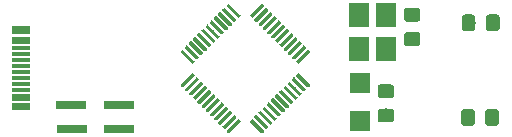
<source format=gbr>
G04 #@! TF.GenerationSoftware,KiCad,Pcbnew,(5.1.2-1)-1*
G04 #@! TF.CreationDate,2020-03-21T18:46:45+05:30*
G04 #@! TF.ProjectId,RedPill,52656450-696c-46c2-9e6b-696361645f70,rev?*
G04 #@! TF.SameCoordinates,Original*
G04 #@! TF.FileFunction,Paste,Top*
G04 #@! TF.FilePolarity,Positive*
%FSLAX46Y46*%
G04 Gerber Fmt 4.6, Leading zero omitted, Abs format (unit mm)*
G04 Created by KiCad (PCBNEW (5.1.2-1)-1) date 2020-03-21 18:46:45*
%MOMM*%
%LPD*%
G04 APERTURE LIST*
%ADD10R,1.800000X1.750000*%
%ADD11R,1.800000X2.100000*%
%ADD12C,0.100000*%
%ADD13C,0.300000*%
%ADD14R,2.500000X0.650000*%
%ADD15C,1.150000*%
%ADD16R,1.524000X0.299974*%
G04 APERTURE END LIST*
D10*
X47800000Y-27350000D03*
X47800000Y-24100000D03*
D11*
X47700000Y-21250000D03*
X47700000Y-18350000D03*
X50000000Y-18350000D03*
X50000000Y-21250000D03*
D12*
G36*
X42579802Y-23262658D02*
G01*
X42587083Y-23263738D01*
X42594222Y-23265526D01*
X42601152Y-23268006D01*
X42607806Y-23271153D01*
X42614119Y-23274937D01*
X42620030Y-23279321D01*
X42625484Y-23284264D01*
X43562400Y-24221180D01*
X43567343Y-24226634D01*
X43571727Y-24232545D01*
X43575511Y-24238858D01*
X43578658Y-24245512D01*
X43581138Y-24252442D01*
X43582926Y-24259581D01*
X43584006Y-24266862D01*
X43584367Y-24274213D01*
X43584006Y-24281564D01*
X43582926Y-24288845D01*
X43581138Y-24295984D01*
X43578658Y-24302914D01*
X43575511Y-24309568D01*
X43571727Y-24315881D01*
X43567343Y-24321792D01*
X43562400Y-24327246D01*
X43456334Y-24433312D01*
X43450880Y-24438255D01*
X43444969Y-24442639D01*
X43438656Y-24446423D01*
X43432002Y-24449570D01*
X43425072Y-24452050D01*
X43417933Y-24453838D01*
X43410652Y-24454918D01*
X43403301Y-24455279D01*
X43395950Y-24454918D01*
X43388669Y-24453838D01*
X43381530Y-24452050D01*
X43374600Y-24449570D01*
X43367946Y-24446423D01*
X43361633Y-24442639D01*
X43355722Y-24438255D01*
X43350268Y-24433312D01*
X42413352Y-23496396D01*
X42408409Y-23490942D01*
X42404025Y-23485031D01*
X42400241Y-23478718D01*
X42397094Y-23472064D01*
X42394614Y-23465134D01*
X42392826Y-23457995D01*
X42391746Y-23450714D01*
X42391385Y-23443363D01*
X42391746Y-23436012D01*
X42392826Y-23428731D01*
X42394614Y-23421592D01*
X42397094Y-23414662D01*
X42400241Y-23408008D01*
X42404025Y-23401695D01*
X42408409Y-23395784D01*
X42413352Y-23390330D01*
X42519418Y-23284264D01*
X42524872Y-23279321D01*
X42530783Y-23274937D01*
X42537096Y-23271153D01*
X42543750Y-23268006D01*
X42550680Y-23265526D01*
X42557819Y-23263738D01*
X42565100Y-23262658D01*
X42572451Y-23262297D01*
X42579802Y-23262658D01*
X42579802Y-23262658D01*
G37*
D13*
X42987876Y-23858788D03*
D12*
G36*
X42226248Y-23616212D02*
G01*
X42233529Y-23617292D01*
X42240668Y-23619080D01*
X42247598Y-23621560D01*
X42254252Y-23624707D01*
X42260565Y-23628491D01*
X42266476Y-23632875D01*
X42271930Y-23637818D01*
X43208846Y-24574734D01*
X43213789Y-24580188D01*
X43218173Y-24586099D01*
X43221957Y-24592412D01*
X43225104Y-24599066D01*
X43227584Y-24605996D01*
X43229372Y-24613135D01*
X43230452Y-24620416D01*
X43230813Y-24627767D01*
X43230452Y-24635118D01*
X43229372Y-24642399D01*
X43227584Y-24649538D01*
X43225104Y-24656468D01*
X43221957Y-24663122D01*
X43218173Y-24669435D01*
X43213789Y-24675346D01*
X43208846Y-24680800D01*
X43102780Y-24786866D01*
X43097326Y-24791809D01*
X43091415Y-24796193D01*
X43085102Y-24799977D01*
X43078448Y-24803124D01*
X43071518Y-24805604D01*
X43064379Y-24807392D01*
X43057098Y-24808472D01*
X43049747Y-24808833D01*
X43042396Y-24808472D01*
X43035115Y-24807392D01*
X43027976Y-24805604D01*
X43021046Y-24803124D01*
X43014392Y-24799977D01*
X43008079Y-24796193D01*
X43002168Y-24791809D01*
X42996714Y-24786866D01*
X42059798Y-23849950D01*
X42054855Y-23844496D01*
X42050471Y-23838585D01*
X42046687Y-23832272D01*
X42043540Y-23825618D01*
X42041060Y-23818688D01*
X42039272Y-23811549D01*
X42038192Y-23804268D01*
X42037831Y-23796917D01*
X42038192Y-23789566D01*
X42039272Y-23782285D01*
X42041060Y-23775146D01*
X42043540Y-23768216D01*
X42046687Y-23761562D01*
X42050471Y-23755249D01*
X42054855Y-23749338D01*
X42059798Y-23743884D01*
X42165864Y-23637818D01*
X42171318Y-23632875D01*
X42177229Y-23628491D01*
X42183542Y-23624707D01*
X42190196Y-23621560D01*
X42197126Y-23619080D01*
X42204265Y-23617292D01*
X42211546Y-23616212D01*
X42218897Y-23615851D01*
X42226248Y-23616212D01*
X42226248Y-23616212D01*
G37*
D13*
X42634322Y-24212342D03*
D12*
G36*
X41872695Y-23969765D02*
G01*
X41879976Y-23970845D01*
X41887115Y-23972633D01*
X41894045Y-23975113D01*
X41900699Y-23978260D01*
X41907012Y-23982044D01*
X41912923Y-23986428D01*
X41918377Y-23991371D01*
X42855293Y-24928287D01*
X42860236Y-24933741D01*
X42864620Y-24939652D01*
X42868404Y-24945965D01*
X42871551Y-24952619D01*
X42874031Y-24959549D01*
X42875819Y-24966688D01*
X42876899Y-24973969D01*
X42877260Y-24981320D01*
X42876899Y-24988671D01*
X42875819Y-24995952D01*
X42874031Y-25003091D01*
X42871551Y-25010021D01*
X42868404Y-25016675D01*
X42864620Y-25022988D01*
X42860236Y-25028899D01*
X42855293Y-25034353D01*
X42749227Y-25140419D01*
X42743773Y-25145362D01*
X42737862Y-25149746D01*
X42731549Y-25153530D01*
X42724895Y-25156677D01*
X42717965Y-25159157D01*
X42710826Y-25160945D01*
X42703545Y-25162025D01*
X42696194Y-25162386D01*
X42688843Y-25162025D01*
X42681562Y-25160945D01*
X42674423Y-25159157D01*
X42667493Y-25156677D01*
X42660839Y-25153530D01*
X42654526Y-25149746D01*
X42648615Y-25145362D01*
X42643161Y-25140419D01*
X41706245Y-24203503D01*
X41701302Y-24198049D01*
X41696918Y-24192138D01*
X41693134Y-24185825D01*
X41689987Y-24179171D01*
X41687507Y-24172241D01*
X41685719Y-24165102D01*
X41684639Y-24157821D01*
X41684278Y-24150470D01*
X41684639Y-24143119D01*
X41685719Y-24135838D01*
X41687507Y-24128699D01*
X41689987Y-24121769D01*
X41693134Y-24115115D01*
X41696918Y-24108802D01*
X41701302Y-24102891D01*
X41706245Y-24097437D01*
X41812311Y-23991371D01*
X41817765Y-23986428D01*
X41823676Y-23982044D01*
X41829989Y-23978260D01*
X41836643Y-23975113D01*
X41843573Y-23972633D01*
X41850712Y-23970845D01*
X41857993Y-23969765D01*
X41865344Y-23969404D01*
X41872695Y-23969765D01*
X41872695Y-23969765D01*
G37*
D13*
X42280769Y-24565895D03*
D12*
G36*
X41519141Y-24323319D02*
G01*
X41526422Y-24324399D01*
X41533561Y-24326187D01*
X41540491Y-24328667D01*
X41547145Y-24331814D01*
X41553458Y-24335598D01*
X41559369Y-24339982D01*
X41564823Y-24344925D01*
X42501739Y-25281841D01*
X42506682Y-25287295D01*
X42511066Y-25293206D01*
X42514850Y-25299519D01*
X42517997Y-25306173D01*
X42520477Y-25313103D01*
X42522265Y-25320242D01*
X42523345Y-25327523D01*
X42523706Y-25334874D01*
X42523345Y-25342225D01*
X42522265Y-25349506D01*
X42520477Y-25356645D01*
X42517997Y-25363575D01*
X42514850Y-25370229D01*
X42511066Y-25376542D01*
X42506682Y-25382453D01*
X42501739Y-25387907D01*
X42395673Y-25493973D01*
X42390219Y-25498916D01*
X42384308Y-25503300D01*
X42377995Y-25507084D01*
X42371341Y-25510231D01*
X42364411Y-25512711D01*
X42357272Y-25514499D01*
X42349991Y-25515579D01*
X42342640Y-25515940D01*
X42335289Y-25515579D01*
X42328008Y-25514499D01*
X42320869Y-25512711D01*
X42313939Y-25510231D01*
X42307285Y-25507084D01*
X42300972Y-25503300D01*
X42295061Y-25498916D01*
X42289607Y-25493973D01*
X41352691Y-24557057D01*
X41347748Y-24551603D01*
X41343364Y-24545692D01*
X41339580Y-24539379D01*
X41336433Y-24532725D01*
X41333953Y-24525795D01*
X41332165Y-24518656D01*
X41331085Y-24511375D01*
X41330724Y-24504024D01*
X41331085Y-24496673D01*
X41332165Y-24489392D01*
X41333953Y-24482253D01*
X41336433Y-24475323D01*
X41339580Y-24468669D01*
X41343364Y-24462356D01*
X41347748Y-24456445D01*
X41352691Y-24450991D01*
X41458757Y-24344925D01*
X41464211Y-24339982D01*
X41470122Y-24335598D01*
X41476435Y-24331814D01*
X41483089Y-24328667D01*
X41490019Y-24326187D01*
X41497158Y-24324399D01*
X41504439Y-24323319D01*
X41511790Y-24322958D01*
X41519141Y-24323319D01*
X41519141Y-24323319D01*
G37*
D13*
X41927215Y-24919449D03*
D12*
G36*
X41165588Y-24676872D02*
G01*
X41172869Y-24677952D01*
X41180008Y-24679740D01*
X41186938Y-24682220D01*
X41193592Y-24685367D01*
X41199905Y-24689151D01*
X41205816Y-24693535D01*
X41211270Y-24698478D01*
X42148186Y-25635394D01*
X42153129Y-25640848D01*
X42157513Y-25646759D01*
X42161297Y-25653072D01*
X42164444Y-25659726D01*
X42166924Y-25666656D01*
X42168712Y-25673795D01*
X42169792Y-25681076D01*
X42170153Y-25688427D01*
X42169792Y-25695778D01*
X42168712Y-25703059D01*
X42166924Y-25710198D01*
X42164444Y-25717128D01*
X42161297Y-25723782D01*
X42157513Y-25730095D01*
X42153129Y-25736006D01*
X42148186Y-25741460D01*
X42042120Y-25847526D01*
X42036666Y-25852469D01*
X42030755Y-25856853D01*
X42024442Y-25860637D01*
X42017788Y-25863784D01*
X42010858Y-25866264D01*
X42003719Y-25868052D01*
X41996438Y-25869132D01*
X41989087Y-25869493D01*
X41981736Y-25869132D01*
X41974455Y-25868052D01*
X41967316Y-25866264D01*
X41960386Y-25863784D01*
X41953732Y-25860637D01*
X41947419Y-25856853D01*
X41941508Y-25852469D01*
X41936054Y-25847526D01*
X40999138Y-24910610D01*
X40994195Y-24905156D01*
X40989811Y-24899245D01*
X40986027Y-24892932D01*
X40982880Y-24886278D01*
X40980400Y-24879348D01*
X40978612Y-24872209D01*
X40977532Y-24864928D01*
X40977171Y-24857577D01*
X40977532Y-24850226D01*
X40978612Y-24842945D01*
X40980400Y-24835806D01*
X40982880Y-24828876D01*
X40986027Y-24822222D01*
X40989811Y-24815909D01*
X40994195Y-24809998D01*
X40999138Y-24804544D01*
X41105204Y-24698478D01*
X41110658Y-24693535D01*
X41116569Y-24689151D01*
X41122882Y-24685367D01*
X41129536Y-24682220D01*
X41136466Y-24679740D01*
X41143605Y-24677952D01*
X41150886Y-24676872D01*
X41158237Y-24676511D01*
X41165588Y-24676872D01*
X41165588Y-24676872D01*
G37*
D13*
X41573662Y-25273002D03*
D12*
G36*
X40812035Y-25030425D02*
G01*
X40819316Y-25031505D01*
X40826455Y-25033293D01*
X40833385Y-25035773D01*
X40840039Y-25038920D01*
X40846352Y-25042704D01*
X40852263Y-25047088D01*
X40857717Y-25052031D01*
X41794633Y-25988947D01*
X41799576Y-25994401D01*
X41803960Y-26000312D01*
X41807744Y-26006625D01*
X41810891Y-26013279D01*
X41813371Y-26020209D01*
X41815159Y-26027348D01*
X41816239Y-26034629D01*
X41816600Y-26041980D01*
X41816239Y-26049331D01*
X41815159Y-26056612D01*
X41813371Y-26063751D01*
X41810891Y-26070681D01*
X41807744Y-26077335D01*
X41803960Y-26083648D01*
X41799576Y-26089559D01*
X41794633Y-26095013D01*
X41688567Y-26201079D01*
X41683113Y-26206022D01*
X41677202Y-26210406D01*
X41670889Y-26214190D01*
X41664235Y-26217337D01*
X41657305Y-26219817D01*
X41650166Y-26221605D01*
X41642885Y-26222685D01*
X41635534Y-26223046D01*
X41628183Y-26222685D01*
X41620902Y-26221605D01*
X41613763Y-26219817D01*
X41606833Y-26217337D01*
X41600179Y-26214190D01*
X41593866Y-26210406D01*
X41587955Y-26206022D01*
X41582501Y-26201079D01*
X40645585Y-25264163D01*
X40640642Y-25258709D01*
X40636258Y-25252798D01*
X40632474Y-25246485D01*
X40629327Y-25239831D01*
X40626847Y-25232901D01*
X40625059Y-25225762D01*
X40623979Y-25218481D01*
X40623618Y-25211130D01*
X40623979Y-25203779D01*
X40625059Y-25196498D01*
X40626847Y-25189359D01*
X40629327Y-25182429D01*
X40632474Y-25175775D01*
X40636258Y-25169462D01*
X40640642Y-25163551D01*
X40645585Y-25158097D01*
X40751651Y-25052031D01*
X40757105Y-25047088D01*
X40763016Y-25042704D01*
X40769329Y-25038920D01*
X40775983Y-25035773D01*
X40782913Y-25033293D01*
X40790052Y-25031505D01*
X40797333Y-25030425D01*
X40804684Y-25030064D01*
X40812035Y-25030425D01*
X40812035Y-25030425D01*
G37*
D13*
X41220109Y-25626555D03*
D12*
G36*
X40458481Y-25383979D02*
G01*
X40465762Y-25385059D01*
X40472901Y-25386847D01*
X40479831Y-25389327D01*
X40486485Y-25392474D01*
X40492798Y-25396258D01*
X40498709Y-25400642D01*
X40504163Y-25405585D01*
X41441079Y-26342501D01*
X41446022Y-26347955D01*
X41450406Y-26353866D01*
X41454190Y-26360179D01*
X41457337Y-26366833D01*
X41459817Y-26373763D01*
X41461605Y-26380902D01*
X41462685Y-26388183D01*
X41463046Y-26395534D01*
X41462685Y-26402885D01*
X41461605Y-26410166D01*
X41459817Y-26417305D01*
X41457337Y-26424235D01*
X41454190Y-26430889D01*
X41450406Y-26437202D01*
X41446022Y-26443113D01*
X41441079Y-26448567D01*
X41335013Y-26554633D01*
X41329559Y-26559576D01*
X41323648Y-26563960D01*
X41317335Y-26567744D01*
X41310681Y-26570891D01*
X41303751Y-26573371D01*
X41296612Y-26575159D01*
X41289331Y-26576239D01*
X41281980Y-26576600D01*
X41274629Y-26576239D01*
X41267348Y-26575159D01*
X41260209Y-26573371D01*
X41253279Y-26570891D01*
X41246625Y-26567744D01*
X41240312Y-26563960D01*
X41234401Y-26559576D01*
X41228947Y-26554633D01*
X40292031Y-25617717D01*
X40287088Y-25612263D01*
X40282704Y-25606352D01*
X40278920Y-25600039D01*
X40275773Y-25593385D01*
X40273293Y-25586455D01*
X40271505Y-25579316D01*
X40270425Y-25572035D01*
X40270064Y-25564684D01*
X40270425Y-25557333D01*
X40271505Y-25550052D01*
X40273293Y-25542913D01*
X40275773Y-25535983D01*
X40278920Y-25529329D01*
X40282704Y-25523016D01*
X40287088Y-25517105D01*
X40292031Y-25511651D01*
X40398097Y-25405585D01*
X40403551Y-25400642D01*
X40409462Y-25396258D01*
X40415775Y-25392474D01*
X40422429Y-25389327D01*
X40429359Y-25386847D01*
X40436498Y-25385059D01*
X40443779Y-25383979D01*
X40451130Y-25383618D01*
X40458481Y-25383979D01*
X40458481Y-25383979D01*
G37*
D13*
X40866555Y-25980109D03*
D12*
G36*
X40104928Y-25737532D02*
G01*
X40112209Y-25738612D01*
X40119348Y-25740400D01*
X40126278Y-25742880D01*
X40132932Y-25746027D01*
X40139245Y-25749811D01*
X40145156Y-25754195D01*
X40150610Y-25759138D01*
X41087526Y-26696054D01*
X41092469Y-26701508D01*
X41096853Y-26707419D01*
X41100637Y-26713732D01*
X41103784Y-26720386D01*
X41106264Y-26727316D01*
X41108052Y-26734455D01*
X41109132Y-26741736D01*
X41109493Y-26749087D01*
X41109132Y-26756438D01*
X41108052Y-26763719D01*
X41106264Y-26770858D01*
X41103784Y-26777788D01*
X41100637Y-26784442D01*
X41096853Y-26790755D01*
X41092469Y-26796666D01*
X41087526Y-26802120D01*
X40981460Y-26908186D01*
X40976006Y-26913129D01*
X40970095Y-26917513D01*
X40963782Y-26921297D01*
X40957128Y-26924444D01*
X40950198Y-26926924D01*
X40943059Y-26928712D01*
X40935778Y-26929792D01*
X40928427Y-26930153D01*
X40921076Y-26929792D01*
X40913795Y-26928712D01*
X40906656Y-26926924D01*
X40899726Y-26924444D01*
X40893072Y-26921297D01*
X40886759Y-26917513D01*
X40880848Y-26913129D01*
X40875394Y-26908186D01*
X39938478Y-25971270D01*
X39933535Y-25965816D01*
X39929151Y-25959905D01*
X39925367Y-25953592D01*
X39922220Y-25946938D01*
X39919740Y-25940008D01*
X39917952Y-25932869D01*
X39916872Y-25925588D01*
X39916511Y-25918237D01*
X39916872Y-25910886D01*
X39917952Y-25903605D01*
X39919740Y-25896466D01*
X39922220Y-25889536D01*
X39925367Y-25882882D01*
X39929151Y-25876569D01*
X39933535Y-25870658D01*
X39938478Y-25865204D01*
X40044544Y-25759138D01*
X40049998Y-25754195D01*
X40055909Y-25749811D01*
X40062222Y-25746027D01*
X40068876Y-25742880D01*
X40075806Y-25740400D01*
X40082945Y-25738612D01*
X40090226Y-25737532D01*
X40097577Y-25737171D01*
X40104928Y-25737532D01*
X40104928Y-25737532D01*
G37*
D13*
X40513002Y-26333662D03*
D12*
G36*
X39751375Y-26091085D02*
G01*
X39758656Y-26092165D01*
X39765795Y-26093953D01*
X39772725Y-26096433D01*
X39779379Y-26099580D01*
X39785692Y-26103364D01*
X39791603Y-26107748D01*
X39797057Y-26112691D01*
X40733973Y-27049607D01*
X40738916Y-27055061D01*
X40743300Y-27060972D01*
X40747084Y-27067285D01*
X40750231Y-27073939D01*
X40752711Y-27080869D01*
X40754499Y-27088008D01*
X40755579Y-27095289D01*
X40755940Y-27102640D01*
X40755579Y-27109991D01*
X40754499Y-27117272D01*
X40752711Y-27124411D01*
X40750231Y-27131341D01*
X40747084Y-27137995D01*
X40743300Y-27144308D01*
X40738916Y-27150219D01*
X40733973Y-27155673D01*
X40627907Y-27261739D01*
X40622453Y-27266682D01*
X40616542Y-27271066D01*
X40610229Y-27274850D01*
X40603575Y-27277997D01*
X40596645Y-27280477D01*
X40589506Y-27282265D01*
X40582225Y-27283345D01*
X40574874Y-27283706D01*
X40567523Y-27283345D01*
X40560242Y-27282265D01*
X40553103Y-27280477D01*
X40546173Y-27277997D01*
X40539519Y-27274850D01*
X40533206Y-27271066D01*
X40527295Y-27266682D01*
X40521841Y-27261739D01*
X39584925Y-26324823D01*
X39579982Y-26319369D01*
X39575598Y-26313458D01*
X39571814Y-26307145D01*
X39568667Y-26300491D01*
X39566187Y-26293561D01*
X39564399Y-26286422D01*
X39563319Y-26279141D01*
X39562958Y-26271790D01*
X39563319Y-26264439D01*
X39564399Y-26257158D01*
X39566187Y-26250019D01*
X39568667Y-26243089D01*
X39571814Y-26236435D01*
X39575598Y-26230122D01*
X39579982Y-26224211D01*
X39584925Y-26218757D01*
X39690991Y-26112691D01*
X39696445Y-26107748D01*
X39702356Y-26103364D01*
X39708669Y-26099580D01*
X39715323Y-26096433D01*
X39722253Y-26093953D01*
X39729392Y-26092165D01*
X39736673Y-26091085D01*
X39744024Y-26090724D01*
X39751375Y-26091085D01*
X39751375Y-26091085D01*
G37*
D13*
X40159449Y-26687215D03*
D12*
G36*
X39397821Y-26444639D02*
G01*
X39405102Y-26445719D01*
X39412241Y-26447507D01*
X39419171Y-26449987D01*
X39425825Y-26453134D01*
X39432138Y-26456918D01*
X39438049Y-26461302D01*
X39443503Y-26466245D01*
X40380419Y-27403161D01*
X40385362Y-27408615D01*
X40389746Y-27414526D01*
X40393530Y-27420839D01*
X40396677Y-27427493D01*
X40399157Y-27434423D01*
X40400945Y-27441562D01*
X40402025Y-27448843D01*
X40402386Y-27456194D01*
X40402025Y-27463545D01*
X40400945Y-27470826D01*
X40399157Y-27477965D01*
X40396677Y-27484895D01*
X40393530Y-27491549D01*
X40389746Y-27497862D01*
X40385362Y-27503773D01*
X40380419Y-27509227D01*
X40274353Y-27615293D01*
X40268899Y-27620236D01*
X40262988Y-27624620D01*
X40256675Y-27628404D01*
X40250021Y-27631551D01*
X40243091Y-27634031D01*
X40235952Y-27635819D01*
X40228671Y-27636899D01*
X40221320Y-27637260D01*
X40213969Y-27636899D01*
X40206688Y-27635819D01*
X40199549Y-27634031D01*
X40192619Y-27631551D01*
X40185965Y-27628404D01*
X40179652Y-27624620D01*
X40173741Y-27620236D01*
X40168287Y-27615293D01*
X39231371Y-26678377D01*
X39226428Y-26672923D01*
X39222044Y-26667012D01*
X39218260Y-26660699D01*
X39215113Y-26654045D01*
X39212633Y-26647115D01*
X39210845Y-26639976D01*
X39209765Y-26632695D01*
X39209404Y-26625344D01*
X39209765Y-26617993D01*
X39210845Y-26610712D01*
X39212633Y-26603573D01*
X39215113Y-26596643D01*
X39218260Y-26589989D01*
X39222044Y-26583676D01*
X39226428Y-26577765D01*
X39231371Y-26572311D01*
X39337437Y-26466245D01*
X39342891Y-26461302D01*
X39348802Y-26456918D01*
X39355115Y-26453134D01*
X39361769Y-26449987D01*
X39368699Y-26447507D01*
X39375838Y-26445719D01*
X39383119Y-26444639D01*
X39390470Y-26444278D01*
X39397821Y-26444639D01*
X39397821Y-26444639D01*
G37*
D13*
X39805895Y-27040769D03*
D12*
G36*
X39044268Y-26798192D02*
G01*
X39051549Y-26799272D01*
X39058688Y-26801060D01*
X39065618Y-26803540D01*
X39072272Y-26806687D01*
X39078585Y-26810471D01*
X39084496Y-26814855D01*
X39089950Y-26819798D01*
X40026866Y-27756714D01*
X40031809Y-27762168D01*
X40036193Y-27768079D01*
X40039977Y-27774392D01*
X40043124Y-27781046D01*
X40045604Y-27787976D01*
X40047392Y-27795115D01*
X40048472Y-27802396D01*
X40048833Y-27809747D01*
X40048472Y-27817098D01*
X40047392Y-27824379D01*
X40045604Y-27831518D01*
X40043124Y-27838448D01*
X40039977Y-27845102D01*
X40036193Y-27851415D01*
X40031809Y-27857326D01*
X40026866Y-27862780D01*
X39920800Y-27968846D01*
X39915346Y-27973789D01*
X39909435Y-27978173D01*
X39903122Y-27981957D01*
X39896468Y-27985104D01*
X39889538Y-27987584D01*
X39882399Y-27989372D01*
X39875118Y-27990452D01*
X39867767Y-27990813D01*
X39860416Y-27990452D01*
X39853135Y-27989372D01*
X39845996Y-27987584D01*
X39839066Y-27985104D01*
X39832412Y-27981957D01*
X39826099Y-27978173D01*
X39820188Y-27973789D01*
X39814734Y-27968846D01*
X38877818Y-27031930D01*
X38872875Y-27026476D01*
X38868491Y-27020565D01*
X38864707Y-27014252D01*
X38861560Y-27007598D01*
X38859080Y-27000668D01*
X38857292Y-26993529D01*
X38856212Y-26986248D01*
X38855851Y-26978897D01*
X38856212Y-26971546D01*
X38857292Y-26964265D01*
X38859080Y-26957126D01*
X38861560Y-26950196D01*
X38864707Y-26943542D01*
X38868491Y-26937229D01*
X38872875Y-26931318D01*
X38877818Y-26925864D01*
X38983884Y-26819798D01*
X38989338Y-26814855D01*
X38995249Y-26810471D01*
X39001562Y-26806687D01*
X39008216Y-26803540D01*
X39015146Y-26801060D01*
X39022285Y-26799272D01*
X39029566Y-26798192D01*
X39036917Y-26797831D01*
X39044268Y-26798192D01*
X39044268Y-26798192D01*
G37*
D13*
X39452342Y-27394322D03*
D12*
G36*
X38690714Y-27151746D02*
G01*
X38697995Y-27152826D01*
X38705134Y-27154614D01*
X38712064Y-27157094D01*
X38718718Y-27160241D01*
X38725031Y-27164025D01*
X38730942Y-27168409D01*
X38736396Y-27173352D01*
X39673312Y-28110268D01*
X39678255Y-28115722D01*
X39682639Y-28121633D01*
X39686423Y-28127946D01*
X39689570Y-28134600D01*
X39692050Y-28141530D01*
X39693838Y-28148669D01*
X39694918Y-28155950D01*
X39695279Y-28163301D01*
X39694918Y-28170652D01*
X39693838Y-28177933D01*
X39692050Y-28185072D01*
X39689570Y-28192002D01*
X39686423Y-28198656D01*
X39682639Y-28204969D01*
X39678255Y-28210880D01*
X39673312Y-28216334D01*
X39567246Y-28322400D01*
X39561792Y-28327343D01*
X39555881Y-28331727D01*
X39549568Y-28335511D01*
X39542914Y-28338658D01*
X39535984Y-28341138D01*
X39528845Y-28342926D01*
X39521564Y-28344006D01*
X39514213Y-28344367D01*
X39506862Y-28344006D01*
X39499581Y-28342926D01*
X39492442Y-28341138D01*
X39485512Y-28338658D01*
X39478858Y-28335511D01*
X39472545Y-28331727D01*
X39466634Y-28327343D01*
X39461180Y-28322400D01*
X38524264Y-27385484D01*
X38519321Y-27380030D01*
X38514937Y-27374119D01*
X38511153Y-27367806D01*
X38508006Y-27361152D01*
X38505526Y-27354222D01*
X38503738Y-27347083D01*
X38502658Y-27339802D01*
X38502297Y-27332451D01*
X38502658Y-27325100D01*
X38503738Y-27317819D01*
X38505526Y-27310680D01*
X38508006Y-27303750D01*
X38511153Y-27297096D01*
X38514937Y-27290783D01*
X38519321Y-27284872D01*
X38524264Y-27279418D01*
X38630330Y-27173352D01*
X38635784Y-27168409D01*
X38641695Y-27164025D01*
X38648008Y-27160241D01*
X38654662Y-27157094D01*
X38661592Y-27154614D01*
X38668731Y-27152826D01*
X38676012Y-27151746D01*
X38683363Y-27151385D01*
X38690714Y-27151746D01*
X38690714Y-27151746D01*
G37*
D13*
X39098788Y-27747876D03*
D12*
G36*
X37523988Y-27151746D02*
G01*
X37531269Y-27152826D01*
X37538408Y-27154614D01*
X37545338Y-27157094D01*
X37551992Y-27160241D01*
X37558305Y-27164025D01*
X37564216Y-27168409D01*
X37569670Y-27173352D01*
X37675736Y-27279418D01*
X37680679Y-27284872D01*
X37685063Y-27290783D01*
X37688847Y-27297096D01*
X37691994Y-27303750D01*
X37694474Y-27310680D01*
X37696262Y-27317819D01*
X37697342Y-27325100D01*
X37697703Y-27332451D01*
X37697342Y-27339802D01*
X37696262Y-27347083D01*
X37694474Y-27354222D01*
X37691994Y-27361152D01*
X37688847Y-27367806D01*
X37685063Y-27374119D01*
X37680679Y-27380030D01*
X37675736Y-27385484D01*
X36738820Y-28322400D01*
X36733366Y-28327343D01*
X36727455Y-28331727D01*
X36721142Y-28335511D01*
X36714488Y-28338658D01*
X36707558Y-28341138D01*
X36700419Y-28342926D01*
X36693138Y-28344006D01*
X36685787Y-28344367D01*
X36678436Y-28344006D01*
X36671155Y-28342926D01*
X36664016Y-28341138D01*
X36657086Y-28338658D01*
X36650432Y-28335511D01*
X36644119Y-28331727D01*
X36638208Y-28327343D01*
X36632754Y-28322400D01*
X36526688Y-28216334D01*
X36521745Y-28210880D01*
X36517361Y-28204969D01*
X36513577Y-28198656D01*
X36510430Y-28192002D01*
X36507950Y-28185072D01*
X36506162Y-28177933D01*
X36505082Y-28170652D01*
X36504721Y-28163301D01*
X36505082Y-28155950D01*
X36506162Y-28148669D01*
X36507950Y-28141530D01*
X36510430Y-28134600D01*
X36513577Y-28127946D01*
X36517361Y-28121633D01*
X36521745Y-28115722D01*
X36526688Y-28110268D01*
X37463604Y-27173352D01*
X37469058Y-27168409D01*
X37474969Y-27164025D01*
X37481282Y-27160241D01*
X37487936Y-27157094D01*
X37494866Y-27154614D01*
X37502005Y-27152826D01*
X37509286Y-27151746D01*
X37516637Y-27151385D01*
X37523988Y-27151746D01*
X37523988Y-27151746D01*
G37*
D13*
X37101212Y-27747876D03*
D12*
G36*
X37170434Y-26798192D02*
G01*
X37177715Y-26799272D01*
X37184854Y-26801060D01*
X37191784Y-26803540D01*
X37198438Y-26806687D01*
X37204751Y-26810471D01*
X37210662Y-26814855D01*
X37216116Y-26819798D01*
X37322182Y-26925864D01*
X37327125Y-26931318D01*
X37331509Y-26937229D01*
X37335293Y-26943542D01*
X37338440Y-26950196D01*
X37340920Y-26957126D01*
X37342708Y-26964265D01*
X37343788Y-26971546D01*
X37344149Y-26978897D01*
X37343788Y-26986248D01*
X37342708Y-26993529D01*
X37340920Y-27000668D01*
X37338440Y-27007598D01*
X37335293Y-27014252D01*
X37331509Y-27020565D01*
X37327125Y-27026476D01*
X37322182Y-27031930D01*
X36385266Y-27968846D01*
X36379812Y-27973789D01*
X36373901Y-27978173D01*
X36367588Y-27981957D01*
X36360934Y-27985104D01*
X36354004Y-27987584D01*
X36346865Y-27989372D01*
X36339584Y-27990452D01*
X36332233Y-27990813D01*
X36324882Y-27990452D01*
X36317601Y-27989372D01*
X36310462Y-27987584D01*
X36303532Y-27985104D01*
X36296878Y-27981957D01*
X36290565Y-27978173D01*
X36284654Y-27973789D01*
X36279200Y-27968846D01*
X36173134Y-27862780D01*
X36168191Y-27857326D01*
X36163807Y-27851415D01*
X36160023Y-27845102D01*
X36156876Y-27838448D01*
X36154396Y-27831518D01*
X36152608Y-27824379D01*
X36151528Y-27817098D01*
X36151167Y-27809747D01*
X36151528Y-27802396D01*
X36152608Y-27795115D01*
X36154396Y-27787976D01*
X36156876Y-27781046D01*
X36160023Y-27774392D01*
X36163807Y-27768079D01*
X36168191Y-27762168D01*
X36173134Y-27756714D01*
X37110050Y-26819798D01*
X37115504Y-26814855D01*
X37121415Y-26810471D01*
X37127728Y-26806687D01*
X37134382Y-26803540D01*
X37141312Y-26801060D01*
X37148451Y-26799272D01*
X37155732Y-26798192D01*
X37163083Y-26797831D01*
X37170434Y-26798192D01*
X37170434Y-26798192D01*
G37*
D13*
X36747658Y-27394322D03*
D12*
G36*
X36816881Y-26444639D02*
G01*
X36824162Y-26445719D01*
X36831301Y-26447507D01*
X36838231Y-26449987D01*
X36844885Y-26453134D01*
X36851198Y-26456918D01*
X36857109Y-26461302D01*
X36862563Y-26466245D01*
X36968629Y-26572311D01*
X36973572Y-26577765D01*
X36977956Y-26583676D01*
X36981740Y-26589989D01*
X36984887Y-26596643D01*
X36987367Y-26603573D01*
X36989155Y-26610712D01*
X36990235Y-26617993D01*
X36990596Y-26625344D01*
X36990235Y-26632695D01*
X36989155Y-26639976D01*
X36987367Y-26647115D01*
X36984887Y-26654045D01*
X36981740Y-26660699D01*
X36977956Y-26667012D01*
X36973572Y-26672923D01*
X36968629Y-26678377D01*
X36031713Y-27615293D01*
X36026259Y-27620236D01*
X36020348Y-27624620D01*
X36014035Y-27628404D01*
X36007381Y-27631551D01*
X36000451Y-27634031D01*
X35993312Y-27635819D01*
X35986031Y-27636899D01*
X35978680Y-27637260D01*
X35971329Y-27636899D01*
X35964048Y-27635819D01*
X35956909Y-27634031D01*
X35949979Y-27631551D01*
X35943325Y-27628404D01*
X35937012Y-27624620D01*
X35931101Y-27620236D01*
X35925647Y-27615293D01*
X35819581Y-27509227D01*
X35814638Y-27503773D01*
X35810254Y-27497862D01*
X35806470Y-27491549D01*
X35803323Y-27484895D01*
X35800843Y-27477965D01*
X35799055Y-27470826D01*
X35797975Y-27463545D01*
X35797614Y-27456194D01*
X35797975Y-27448843D01*
X35799055Y-27441562D01*
X35800843Y-27434423D01*
X35803323Y-27427493D01*
X35806470Y-27420839D01*
X35810254Y-27414526D01*
X35814638Y-27408615D01*
X35819581Y-27403161D01*
X36756497Y-26466245D01*
X36761951Y-26461302D01*
X36767862Y-26456918D01*
X36774175Y-26453134D01*
X36780829Y-26449987D01*
X36787759Y-26447507D01*
X36794898Y-26445719D01*
X36802179Y-26444639D01*
X36809530Y-26444278D01*
X36816881Y-26444639D01*
X36816881Y-26444639D01*
G37*
D13*
X36394105Y-27040769D03*
D12*
G36*
X36463327Y-26091085D02*
G01*
X36470608Y-26092165D01*
X36477747Y-26093953D01*
X36484677Y-26096433D01*
X36491331Y-26099580D01*
X36497644Y-26103364D01*
X36503555Y-26107748D01*
X36509009Y-26112691D01*
X36615075Y-26218757D01*
X36620018Y-26224211D01*
X36624402Y-26230122D01*
X36628186Y-26236435D01*
X36631333Y-26243089D01*
X36633813Y-26250019D01*
X36635601Y-26257158D01*
X36636681Y-26264439D01*
X36637042Y-26271790D01*
X36636681Y-26279141D01*
X36635601Y-26286422D01*
X36633813Y-26293561D01*
X36631333Y-26300491D01*
X36628186Y-26307145D01*
X36624402Y-26313458D01*
X36620018Y-26319369D01*
X36615075Y-26324823D01*
X35678159Y-27261739D01*
X35672705Y-27266682D01*
X35666794Y-27271066D01*
X35660481Y-27274850D01*
X35653827Y-27277997D01*
X35646897Y-27280477D01*
X35639758Y-27282265D01*
X35632477Y-27283345D01*
X35625126Y-27283706D01*
X35617775Y-27283345D01*
X35610494Y-27282265D01*
X35603355Y-27280477D01*
X35596425Y-27277997D01*
X35589771Y-27274850D01*
X35583458Y-27271066D01*
X35577547Y-27266682D01*
X35572093Y-27261739D01*
X35466027Y-27155673D01*
X35461084Y-27150219D01*
X35456700Y-27144308D01*
X35452916Y-27137995D01*
X35449769Y-27131341D01*
X35447289Y-27124411D01*
X35445501Y-27117272D01*
X35444421Y-27109991D01*
X35444060Y-27102640D01*
X35444421Y-27095289D01*
X35445501Y-27088008D01*
X35447289Y-27080869D01*
X35449769Y-27073939D01*
X35452916Y-27067285D01*
X35456700Y-27060972D01*
X35461084Y-27055061D01*
X35466027Y-27049607D01*
X36402943Y-26112691D01*
X36408397Y-26107748D01*
X36414308Y-26103364D01*
X36420621Y-26099580D01*
X36427275Y-26096433D01*
X36434205Y-26093953D01*
X36441344Y-26092165D01*
X36448625Y-26091085D01*
X36455976Y-26090724D01*
X36463327Y-26091085D01*
X36463327Y-26091085D01*
G37*
D13*
X36040551Y-26687215D03*
D12*
G36*
X36109774Y-25737532D02*
G01*
X36117055Y-25738612D01*
X36124194Y-25740400D01*
X36131124Y-25742880D01*
X36137778Y-25746027D01*
X36144091Y-25749811D01*
X36150002Y-25754195D01*
X36155456Y-25759138D01*
X36261522Y-25865204D01*
X36266465Y-25870658D01*
X36270849Y-25876569D01*
X36274633Y-25882882D01*
X36277780Y-25889536D01*
X36280260Y-25896466D01*
X36282048Y-25903605D01*
X36283128Y-25910886D01*
X36283489Y-25918237D01*
X36283128Y-25925588D01*
X36282048Y-25932869D01*
X36280260Y-25940008D01*
X36277780Y-25946938D01*
X36274633Y-25953592D01*
X36270849Y-25959905D01*
X36266465Y-25965816D01*
X36261522Y-25971270D01*
X35324606Y-26908186D01*
X35319152Y-26913129D01*
X35313241Y-26917513D01*
X35306928Y-26921297D01*
X35300274Y-26924444D01*
X35293344Y-26926924D01*
X35286205Y-26928712D01*
X35278924Y-26929792D01*
X35271573Y-26930153D01*
X35264222Y-26929792D01*
X35256941Y-26928712D01*
X35249802Y-26926924D01*
X35242872Y-26924444D01*
X35236218Y-26921297D01*
X35229905Y-26917513D01*
X35223994Y-26913129D01*
X35218540Y-26908186D01*
X35112474Y-26802120D01*
X35107531Y-26796666D01*
X35103147Y-26790755D01*
X35099363Y-26784442D01*
X35096216Y-26777788D01*
X35093736Y-26770858D01*
X35091948Y-26763719D01*
X35090868Y-26756438D01*
X35090507Y-26749087D01*
X35090868Y-26741736D01*
X35091948Y-26734455D01*
X35093736Y-26727316D01*
X35096216Y-26720386D01*
X35099363Y-26713732D01*
X35103147Y-26707419D01*
X35107531Y-26701508D01*
X35112474Y-26696054D01*
X36049390Y-25759138D01*
X36054844Y-25754195D01*
X36060755Y-25749811D01*
X36067068Y-25746027D01*
X36073722Y-25742880D01*
X36080652Y-25740400D01*
X36087791Y-25738612D01*
X36095072Y-25737532D01*
X36102423Y-25737171D01*
X36109774Y-25737532D01*
X36109774Y-25737532D01*
G37*
D13*
X35686998Y-26333662D03*
D12*
G36*
X35756221Y-25383979D02*
G01*
X35763502Y-25385059D01*
X35770641Y-25386847D01*
X35777571Y-25389327D01*
X35784225Y-25392474D01*
X35790538Y-25396258D01*
X35796449Y-25400642D01*
X35801903Y-25405585D01*
X35907969Y-25511651D01*
X35912912Y-25517105D01*
X35917296Y-25523016D01*
X35921080Y-25529329D01*
X35924227Y-25535983D01*
X35926707Y-25542913D01*
X35928495Y-25550052D01*
X35929575Y-25557333D01*
X35929936Y-25564684D01*
X35929575Y-25572035D01*
X35928495Y-25579316D01*
X35926707Y-25586455D01*
X35924227Y-25593385D01*
X35921080Y-25600039D01*
X35917296Y-25606352D01*
X35912912Y-25612263D01*
X35907969Y-25617717D01*
X34971053Y-26554633D01*
X34965599Y-26559576D01*
X34959688Y-26563960D01*
X34953375Y-26567744D01*
X34946721Y-26570891D01*
X34939791Y-26573371D01*
X34932652Y-26575159D01*
X34925371Y-26576239D01*
X34918020Y-26576600D01*
X34910669Y-26576239D01*
X34903388Y-26575159D01*
X34896249Y-26573371D01*
X34889319Y-26570891D01*
X34882665Y-26567744D01*
X34876352Y-26563960D01*
X34870441Y-26559576D01*
X34864987Y-26554633D01*
X34758921Y-26448567D01*
X34753978Y-26443113D01*
X34749594Y-26437202D01*
X34745810Y-26430889D01*
X34742663Y-26424235D01*
X34740183Y-26417305D01*
X34738395Y-26410166D01*
X34737315Y-26402885D01*
X34736954Y-26395534D01*
X34737315Y-26388183D01*
X34738395Y-26380902D01*
X34740183Y-26373763D01*
X34742663Y-26366833D01*
X34745810Y-26360179D01*
X34749594Y-26353866D01*
X34753978Y-26347955D01*
X34758921Y-26342501D01*
X35695837Y-25405585D01*
X35701291Y-25400642D01*
X35707202Y-25396258D01*
X35713515Y-25392474D01*
X35720169Y-25389327D01*
X35727099Y-25386847D01*
X35734238Y-25385059D01*
X35741519Y-25383979D01*
X35748870Y-25383618D01*
X35756221Y-25383979D01*
X35756221Y-25383979D01*
G37*
D13*
X35333445Y-25980109D03*
D12*
G36*
X35402667Y-25030425D02*
G01*
X35409948Y-25031505D01*
X35417087Y-25033293D01*
X35424017Y-25035773D01*
X35430671Y-25038920D01*
X35436984Y-25042704D01*
X35442895Y-25047088D01*
X35448349Y-25052031D01*
X35554415Y-25158097D01*
X35559358Y-25163551D01*
X35563742Y-25169462D01*
X35567526Y-25175775D01*
X35570673Y-25182429D01*
X35573153Y-25189359D01*
X35574941Y-25196498D01*
X35576021Y-25203779D01*
X35576382Y-25211130D01*
X35576021Y-25218481D01*
X35574941Y-25225762D01*
X35573153Y-25232901D01*
X35570673Y-25239831D01*
X35567526Y-25246485D01*
X35563742Y-25252798D01*
X35559358Y-25258709D01*
X35554415Y-25264163D01*
X34617499Y-26201079D01*
X34612045Y-26206022D01*
X34606134Y-26210406D01*
X34599821Y-26214190D01*
X34593167Y-26217337D01*
X34586237Y-26219817D01*
X34579098Y-26221605D01*
X34571817Y-26222685D01*
X34564466Y-26223046D01*
X34557115Y-26222685D01*
X34549834Y-26221605D01*
X34542695Y-26219817D01*
X34535765Y-26217337D01*
X34529111Y-26214190D01*
X34522798Y-26210406D01*
X34516887Y-26206022D01*
X34511433Y-26201079D01*
X34405367Y-26095013D01*
X34400424Y-26089559D01*
X34396040Y-26083648D01*
X34392256Y-26077335D01*
X34389109Y-26070681D01*
X34386629Y-26063751D01*
X34384841Y-26056612D01*
X34383761Y-26049331D01*
X34383400Y-26041980D01*
X34383761Y-26034629D01*
X34384841Y-26027348D01*
X34386629Y-26020209D01*
X34389109Y-26013279D01*
X34392256Y-26006625D01*
X34396040Y-26000312D01*
X34400424Y-25994401D01*
X34405367Y-25988947D01*
X35342283Y-25052031D01*
X35347737Y-25047088D01*
X35353648Y-25042704D01*
X35359961Y-25038920D01*
X35366615Y-25035773D01*
X35373545Y-25033293D01*
X35380684Y-25031505D01*
X35387965Y-25030425D01*
X35395316Y-25030064D01*
X35402667Y-25030425D01*
X35402667Y-25030425D01*
G37*
D13*
X34979891Y-25626555D03*
D12*
G36*
X35049114Y-24676872D02*
G01*
X35056395Y-24677952D01*
X35063534Y-24679740D01*
X35070464Y-24682220D01*
X35077118Y-24685367D01*
X35083431Y-24689151D01*
X35089342Y-24693535D01*
X35094796Y-24698478D01*
X35200862Y-24804544D01*
X35205805Y-24809998D01*
X35210189Y-24815909D01*
X35213973Y-24822222D01*
X35217120Y-24828876D01*
X35219600Y-24835806D01*
X35221388Y-24842945D01*
X35222468Y-24850226D01*
X35222829Y-24857577D01*
X35222468Y-24864928D01*
X35221388Y-24872209D01*
X35219600Y-24879348D01*
X35217120Y-24886278D01*
X35213973Y-24892932D01*
X35210189Y-24899245D01*
X35205805Y-24905156D01*
X35200862Y-24910610D01*
X34263946Y-25847526D01*
X34258492Y-25852469D01*
X34252581Y-25856853D01*
X34246268Y-25860637D01*
X34239614Y-25863784D01*
X34232684Y-25866264D01*
X34225545Y-25868052D01*
X34218264Y-25869132D01*
X34210913Y-25869493D01*
X34203562Y-25869132D01*
X34196281Y-25868052D01*
X34189142Y-25866264D01*
X34182212Y-25863784D01*
X34175558Y-25860637D01*
X34169245Y-25856853D01*
X34163334Y-25852469D01*
X34157880Y-25847526D01*
X34051814Y-25741460D01*
X34046871Y-25736006D01*
X34042487Y-25730095D01*
X34038703Y-25723782D01*
X34035556Y-25717128D01*
X34033076Y-25710198D01*
X34031288Y-25703059D01*
X34030208Y-25695778D01*
X34029847Y-25688427D01*
X34030208Y-25681076D01*
X34031288Y-25673795D01*
X34033076Y-25666656D01*
X34035556Y-25659726D01*
X34038703Y-25653072D01*
X34042487Y-25646759D01*
X34046871Y-25640848D01*
X34051814Y-25635394D01*
X34988730Y-24698478D01*
X34994184Y-24693535D01*
X35000095Y-24689151D01*
X35006408Y-24685367D01*
X35013062Y-24682220D01*
X35019992Y-24679740D01*
X35027131Y-24677952D01*
X35034412Y-24676872D01*
X35041763Y-24676511D01*
X35049114Y-24676872D01*
X35049114Y-24676872D01*
G37*
D13*
X34626338Y-25273002D03*
D12*
G36*
X34695561Y-24323319D02*
G01*
X34702842Y-24324399D01*
X34709981Y-24326187D01*
X34716911Y-24328667D01*
X34723565Y-24331814D01*
X34729878Y-24335598D01*
X34735789Y-24339982D01*
X34741243Y-24344925D01*
X34847309Y-24450991D01*
X34852252Y-24456445D01*
X34856636Y-24462356D01*
X34860420Y-24468669D01*
X34863567Y-24475323D01*
X34866047Y-24482253D01*
X34867835Y-24489392D01*
X34868915Y-24496673D01*
X34869276Y-24504024D01*
X34868915Y-24511375D01*
X34867835Y-24518656D01*
X34866047Y-24525795D01*
X34863567Y-24532725D01*
X34860420Y-24539379D01*
X34856636Y-24545692D01*
X34852252Y-24551603D01*
X34847309Y-24557057D01*
X33910393Y-25493973D01*
X33904939Y-25498916D01*
X33899028Y-25503300D01*
X33892715Y-25507084D01*
X33886061Y-25510231D01*
X33879131Y-25512711D01*
X33871992Y-25514499D01*
X33864711Y-25515579D01*
X33857360Y-25515940D01*
X33850009Y-25515579D01*
X33842728Y-25514499D01*
X33835589Y-25512711D01*
X33828659Y-25510231D01*
X33822005Y-25507084D01*
X33815692Y-25503300D01*
X33809781Y-25498916D01*
X33804327Y-25493973D01*
X33698261Y-25387907D01*
X33693318Y-25382453D01*
X33688934Y-25376542D01*
X33685150Y-25370229D01*
X33682003Y-25363575D01*
X33679523Y-25356645D01*
X33677735Y-25349506D01*
X33676655Y-25342225D01*
X33676294Y-25334874D01*
X33676655Y-25327523D01*
X33677735Y-25320242D01*
X33679523Y-25313103D01*
X33682003Y-25306173D01*
X33685150Y-25299519D01*
X33688934Y-25293206D01*
X33693318Y-25287295D01*
X33698261Y-25281841D01*
X34635177Y-24344925D01*
X34640631Y-24339982D01*
X34646542Y-24335598D01*
X34652855Y-24331814D01*
X34659509Y-24328667D01*
X34666439Y-24326187D01*
X34673578Y-24324399D01*
X34680859Y-24323319D01*
X34688210Y-24322958D01*
X34695561Y-24323319D01*
X34695561Y-24323319D01*
G37*
D13*
X34272785Y-24919449D03*
D12*
G36*
X34342007Y-23969765D02*
G01*
X34349288Y-23970845D01*
X34356427Y-23972633D01*
X34363357Y-23975113D01*
X34370011Y-23978260D01*
X34376324Y-23982044D01*
X34382235Y-23986428D01*
X34387689Y-23991371D01*
X34493755Y-24097437D01*
X34498698Y-24102891D01*
X34503082Y-24108802D01*
X34506866Y-24115115D01*
X34510013Y-24121769D01*
X34512493Y-24128699D01*
X34514281Y-24135838D01*
X34515361Y-24143119D01*
X34515722Y-24150470D01*
X34515361Y-24157821D01*
X34514281Y-24165102D01*
X34512493Y-24172241D01*
X34510013Y-24179171D01*
X34506866Y-24185825D01*
X34503082Y-24192138D01*
X34498698Y-24198049D01*
X34493755Y-24203503D01*
X33556839Y-25140419D01*
X33551385Y-25145362D01*
X33545474Y-25149746D01*
X33539161Y-25153530D01*
X33532507Y-25156677D01*
X33525577Y-25159157D01*
X33518438Y-25160945D01*
X33511157Y-25162025D01*
X33503806Y-25162386D01*
X33496455Y-25162025D01*
X33489174Y-25160945D01*
X33482035Y-25159157D01*
X33475105Y-25156677D01*
X33468451Y-25153530D01*
X33462138Y-25149746D01*
X33456227Y-25145362D01*
X33450773Y-25140419D01*
X33344707Y-25034353D01*
X33339764Y-25028899D01*
X33335380Y-25022988D01*
X33331596Y-25016675D01*
X33328449Y-25010021D01*
X33325969Y-25003091D01*
X33324181Y-24995952D01*
X33323101Y-24988671D01*
X33322740Y-24981320D01*
X33323101Y-24973969D01*
X33324181Y-24966688D01*
X33325969Y-24959549D01*
X33328449Y-24952619D01*
X33331596Y-24945965D01*
X33335380Y-24939652D01*
X33339764Y-24933741D01*
X33344707Y-24928287D01*
X34281623Y-23991371D01*
X34287077Y-23986428D01*
X34292988Y-23982044D01*
X34299301Y-23978260D01*
X34305955Y-23975113D01*
X34312885Y-23972633D01*
X34320024Y-23970845D01*
X34327305Y-23969765D01*
X34334656Y-23969404D01*
X34342007Y-23969765D01*
X34342007Y-23969765D01*
G37*
D13*
X33919231Y-24565895D03*
D12*
G36*
X33988454Y-23616212D02*
G01*
X33995735Y-23617292D01*
X34002874Y-23619080D01*
X34009804Y-23621560D01*
X34016458Y-23624707D01*
X34022771Y-23628491D01*
X34028682Y-23632875D01*
X34034136Y-23637818D01*
X34140202Y-23743884D01*
X34145145Y-23749338D01*
X34149529Y-23755249D01*
X34153313Y-23761562D01*
X34156460Y-23768216D01*
X34158940Y-23775146D01*
X34160728Y-23782285D01*
X34161808Y-23789566D01*
X34162169Y-23796917D01*
X34161808Y-23804268D01*
X34160728Y-23811549D01*
X34158940Y-23818688D01*
X34156460Y-23825618D01*
X34153313Y-23832272D01*
X34149529Y-23838585D01*
X34145145Y-23844496D01*
X34140202Y-23849950D01*
X33203286Y-24786866D01*
X33197832Y-24791809D01*
X33191921Y-24796193D01*
X33185608Y-24799977D01*
X33178954Y-24803124D01*
X33172024Y-24805604D01*
X33164885Y-24807392D01*
X33157604Y-24808472D01*
X33150253Y-24808833D01*
X33142902Y-24808472D01*
X33135621Y-24807392D01*
X33128482Y-24805604D01*
X33121552Y-24803124D01*
X33114898Y-24799977D01*
X33108585Y-24796193D01*
X33102674Y-24791809D01*
X33097220Y-24786866D01*
X32991154Y-24680800D01*
X32986211Y-24675346D01*
X32981827Y-24669435D01*
X32978043Y-24663122D01*
X32974896Y-24656468D01*
X32972416Y-24649538D01*
X32970628Y-24642399D01*
X32969548Y-24635118D01*
X32969187Y-24627767D01*
X32969548Y-24620416D01*
X32970628Y-24613135D01*
X32972416Y-24605996D01*
X32974896Y-24599066D01*
X32978043Y-24592412D01*
X32981827Y-24586099D01*
X32986211Y-24580188D01*
X32991154Y-24574734D01*
X33928070Y-23637818D01*
X33933524Y-23632875D01*
X33939435Y-23628491D01*
X33945748Y-23624707D01*
X33952402Y-23621560D01*
X33959332Y-23619080D01*
X33966471Y-23617292D01*
X33973752Y-23616212D01*
X33981103Y-23615851D01*
X33988454Y-23616212D01*
X33988454Y-23616212D01*
G37*
D13*
X33565678Y-24212342D03*
D12*
G36*
X33634900Y-23262658D02*
G01*
X33642181Y-23263738D01*
X33649320Y-23265526D01*
X33656250Y-23268006D01*
X33662904Y-23271153D01*
X33669217Y-23274937D01*
X33675128Y-23279321D01*
X33680582Y-23284264D01*
X33786648Y-23390330D01*
X33791591Y-23395784D01*
X33795975Y-23401695D01*
X33799759Y-23408008D01*
X33802906Y-23414662D01*
X33805386Y-23421592D01*
X33807174Y-23428731D01*
X33808254Y-23436012D01*
X33808615Y-23443363D01*
X33808254Y-23450714D01*
X33807174Y-23457995D01*
X33805386Y-23465134D01*
X33802906Y-23472064D01*
X33799759Y-23478718D01*
X33795975Y-23485031D01*
X33791591Y-23490942D01*
X33786648Y-23496396D01*
X32849732Y-24433312D01*
X32844278Y-24438255D01*
X32838367Y-24442639D01*
X32832054Y-24446423D01*
X32825400Y-24449570D01*
X32818470Y-24452050D01*
X32811331Y-24453838D01*
X32804050Y-24454918D01*
X32796699Y-24455279D01*
X32789348Y-24454918D01*
X32782067Y-24453838D01*
X32774928Y-24452050D01*
X32767998Y-24449570D01*
X32761344Y-24446423D01*
X32755031Y-24442639D01*
X32749120Y-24438255D01*
X32743666Y-24433312D01*
X32637600Y-24327246D01*
X32632657Y-24321792D01*
X32628273Y-24315881D01*
X32624489Y-24309568D01*
X32621342Y-24302914D01*
X32618862Y-24295984D01*
X32617074Y-24288845D01*
X32615994Y-24281564D01*
X32615633Y-24274213D01*
X32615994Y-24266862D01*
X32617074Y-24259581D01*
X32618862Y-24252442D01*
X32621342Y-24245512D01*
X32624489Y-24238858D01*
X32628273Y-24232545D01*
X32632657Y-24226634D01*
X32637600Y-24221180D01*
X33574516Y-23284264D01*
X33579970Y-23279321D01*
X33585881Y-23274937D01*
X33592194Y-23271153D01*
X33598848Y-23268006D01*
X33605778Y-23265526D01*
X33612917Y-23263738D01*
X33620198Y-23262658D01*
X33627549Y-23262297D01*
X33634900Y-23262658D01*
X33634900Y-23262658D01*
G37*
D13*
X33212124Y-23858788D03*
D12*
G36*
X32804050Y-21265082D02*
G01*
X32811331Y-21266162D01*
X32818470Y-21267950D01*
X32825400Y-21270430D01*
X32832054Y-21273577D01*
X32838367Y-21277361D01*
X32844278Y-21281745D01*
X32849732Y-21286688D01*
X33786648Y-22223604D01*
X33791591Y-22229058D01*
X33795975Y-22234969D01*
X33799759Y-22241282D01*
X33802906Y-22247936D01*
X33805386Y-22254866D01*
X33807174Y-22262005D01*
X33808254Y-22269286D01*
X33808615Y-22276637D01*
X33808254Y-22283988D01*
X33807174Y-22291269D01*
X33805386Y-22298408D01*
X33802906Y-22305338D01*
X33799759Y-22311992D01*
X33795975Y-22318305D01*
X33791591Y-22324216D01*
X33786648Y-22329670D01*
X33680582Y-22435736D01*
X33675128Y-22440679D01*
X33669217Y-22445063D01*
X33662904Y-22448847D01*
X33656250Y-22451994D01*
X33649320Y-22454474D01*
X33642181Y-22456262D01*
X33634900Y-22457342D01*
X33627549Y-22457703D01*
X33620198Y-22457342D01*
X33612917Y-22456262D01*
X33605778Y-22454474D01*
X33598848Y-22451994D01*
X33592194Y-22448847D01*
X33585881Y-22445063D01*
X33579970Y-22440679D01*
X33574516Y-22435736D01*
X32637600Y-21498820D01*
X32632657Y-21493366D01*
X32628273Y-21487455D01*
X32624489Y-21481142D01*
X32621342Y-21474488D01*
X32618862Y-21467558D01*
X32617074Y-21460419D01*
X32615994Y-21453138D01*
X32615633Y-21445787D01*
X32615994Y-21438436D01*
X32617074Y-21431155D01*
X32618862Y-21424016D01*
X32621342Y-21417086D01*
X32624489Y-21410432D01*
X32628273Y-21404119D01*
X32632657Y-21398208D01*
X32637600Y-21392754D01*
X32743666Y-21286688D01*
X32749120Y-21281745D01*
X32755031Y-21277361D01*
X32761344Y-21273577D01*
X32767998Y-21270430D01*
X32774928Y-21267950D01*
X32782067Y-21266162D01*
X32789348Y-21265082D01*
X32796699Y-21264721D01*
X32804050Y-21265082D01*
X32804050Y-21265082D01*
G37*
D13*
X33212124Y-21861212D03*
D12*
G36*
X33157604Y-20911528D02*
G01*
X33164885Y-20912608D01*
X33172024Y-20914396D01*
X33178954Y-20916876D01*
X33185608Y-20920023D01*
X33191921Y-20923807D01*
X33197832Y-20928191D01*
X33203286Y-20933134D01*
X34140202Y-21870050D01*
X34145145Y-21875504D01*
X34149529Y-21881415D01*
X34153313Y-21887728D01*
X34156460Y-21894382D01*
X34158940Y-21901312D01*
X34160728Y-21908451D01*
X34161808Y-21915732D01*
X34162169Y-21923083D01*
X34161808Y-21930434D01*
X34160728Y-21937715D01*
X34158940Y-21944854D01*
X34156460Y-21951784D01*
X34153313Y-21958438D01*
X34149529Y-21964751D01*
X34145145Y-21970662D01*
X34140202Y-21976116D01*
X34034136Y-22082182D01*
X34028682Y-22087125D01*
X34022771Y-22091509D01*
X34016458Y-22095293D01*
X34009804Y-22098440D01*
X34002874Y-22100920D01*
X33995735Y-22102708D01*
X33988454Y-22103788D01*
X33981103Y-22104149D01*
X33973752Y-22103788D01*
X33966471Y-22102708D01*
X33959332Y-22100920D01*
X33952402Y-22098440D01*
X33945748Y-22095293D01*
X33939435Y-22091509D01*
X33933524Y-22087125D01*
X33928070Y-22082182D01*
X32991154Y-21145266D01*
X32986211Y-21139812D01*
X32981827Y-21133901D01*
X32978043Y-21127588D01*
X32974896Y-21120934D01*
X32972416Y-21114004D01*
X32970628Y-21106865D01*
X32969548Y-21099584D01*
X32969187Y-21092233D01*
X32969548Y-21084882D01*
X32970628Y-21077601D01*
X32972416Y-21070462D01*
X32974896Y-21063532D01*
X32978043Y-21056878D01*
X32981827Y-21050565D01*
X32986211Y-21044654D01*
X32991154Y-21039200D01*
X33097220Y-20933134D01*
X33102674Y-20928191D01*
X33108585Y-20923807D01*
X33114898Y-20920023D01*
X33121552Y-20916876D01*
X33128482Y-20914396D01*
X33135621Y-20912608D01*
X33142902Y-20911528D01*
X33150253Y-20911167D01*
X33157604Y-20911528D01*
X33157604Y-20911528D01*
G37*
D13*
X33565678Y-21507658D03*
D12*
G36*
X33511157Y-20557975D02*
G01*
X33518438Y-20559055D01*
X33525577Y-20560843D01*
X33532507Y-20563323D01*
X33539161Y-20566470D01*
X33545474Y-20570254D01*
X33551385Y-20574638D01*
X33556839Y-20579581D01*
X34493755Y-21516497D01*
X34498698Y-21521951D01*
X34503082Y-21527862D01*
X34506866Y-21534175D01*
X34510013Y-21540829D01*
X34512493Y-21547759D01*
X34514281Y-21554898D01*
X34515361Y-21562179D01*
X34515722Y-21569530D01*
X34515361Y-21576881D01*
X34514281Y-21584162D01*
X34512493Y-21591301D01*
X34510013Y-21598231D01*
X34506866Y-21604885D01*
X34503082Y-21611198D01*
X34498698Y-21617109D01*
X34493755Y-21622563D01*
X34387689Y-21728629D01*
X34382235Y-21733572D01*
X34376324Y-21737956D01*
X34370011Y-21741740D01*
X34363357Y-21744887D01*
X34356427Y-21747367D01*
X34349288Y-21749155D01*
X34342007Y-21750235D01*
X34334656Y-21750596D01*
X34327305Y-21750235D01*
X34320024Y-21749155D01*
X34312885Y-21747367D01*
X34305955Y-21744887D01*
X34299301Y-21741740D01*
X34292988Y-21737956D01*
X34287077Y-21733572D01*
X34281623Y-21728629D01*
X33344707Y-20791713D01*
X33339764Y-20786259D01*
X33335380Y-20780348D01*
X33331596Y-20774035D01*
X33328449Y-20767381D01*
X33325969Y-20760451D01*
X33324181Y-20753312D01*
X33323101Y-20746031D01*
X33322740Y-20738680D01*
X33323101Y-20731329D01*
X33324181Y-20724048D01*
X33325969Y-20716909D01*
X33328449Y-20709979D01*
X33331596Y-20703325D01*
X33335380Y-20697012D01*
X33339764Y-20691101D01*
X33344707Y-20685647D01*
X33450773Y-20579581D01*
X33456227Y-20574638D01*
X33462138Y-20570254D01*
X33468451Y-20566470D01*
X33475105Y-20563323D01*
X33482035Y-20560843D01*
X33489174Y-20559055D01*
X33496455Y-20557975D01*
X33503806Y-20557614D01*
X33511157Y-20557975D01*
X33511157Y-20557975D01*
G37*
D13*
X33919231Y-21154105D03*
D12*
G36*
X33864711Y-20204421D02*
G01*
X33871992Y-20205501D01*
X33879131Y-20207289D01*
X33886061Y-20209769D01*
X33892715Y-20212916D01*
X33899028Y-20216700D01*
X33904939Y-20221084D01*
X33910393Y-20226027D01*
X34847309Y-21162943D01*
X34852252Y-21168397D01*
X34856636Y-21174308D01*
X34860420Y-21180621D01*
X34863567Y-21187275D01*
X34866047Y-21194205D01*
X34867835Y-21201344D01*
X34868915Y-21208625D01*
X34869276Y-21215976D01*
X34868915Y-21223327D01*
X34867835Y-21230608D01*
X34866047Y-21237747D01*
X34863567Y-21244677D01*
X34860420Y-21251331D01*
X34856636Y-21257644D01*
X34852252Y-21263555D01*
X34847309Y-21269009D01*
X34741243Y-21375075D01*
X34735789Y-21380018D01*
X34729878Y-21384402D01*
X34723565Y-21388186D01*
X34716911Y-21391333D01*
X34709981Y-21393813D01*
X34702842Y-21395601D01*
X34695561Y-21396681D01*
X34688210Y-21397042D01*
X34680859Y-21396681D01*
X34673578Y-21395601D01*
X34666439Y-21393813D01*
X34659509Y-21391333D01*
X34652855Y-21388186D01*
X34646542Y-21384402D01*
X34640631Y-21380018D01*
X34635177Y-21375075D01*
X33698261Y-20438159D01*
X33693318Y-20432705D01*
X33688934Y-20426794D01*
X33685150Y-20420481D01*
X33682003Y-20413827D01*
X33679523Y-20406897D01*
X33677735Y-20399758D01*
X33676655Y-20392477D01*
X33676294Y-20385126D01*
X33676655Y-20377775D01*
X33677735Y-20370494D01*
X33679523Y-20363355D01*
X33682003Y-20356425D01*
X33685150Y-20349771D01*
X33688934Y-20343458D01*
X33693318Y-20337547D01*
X33698261Y-20332093D01*
X33804327Y-20226027D01*
X33809781Y-20221084D01*
X33815692Y-20216700D01*
X33822005Y-20212916D01*
X33828659Y-20209769D01*
X33835589Y-20207289D01*
X33842728Y-20205501D01*
X33850009Y-20204421D01*
X33857360Y-20204060D01*
X33864711Y-20204421D01*
X33864711Y-20204421D01*
G37*
D13*
X34272785Y-20800551D03*
D12*
G36*
X34218264Y-19850868D02*
G01*
X34225545Y-19851948D01*
X34232684Y-19853736D01*
X34239614Y-19856216D01*
X34246268Y-19859363D01*
X34252581Y-19863147D01*
X34258492Y-19867531D01*
X34263946Y-19872474D01*
X35200862Y-20809390D01*
X35205805Y-20814844D01*
X35210189Y-20820755D01*
X35213973Y-20827068D01*
X35217120Y-20833722D01*
X35219600Y-20840652D01*
X35221388Y-20847791D01*
X35222468Y-20855072D01*
X35222829Y-20862423D01*
X35222468Y-20869774D01*
X35221388Y-20877055D01*
X35219600Y-20884194D01*
X35217120Y-20891124D01*
X35213973Y-20897778D01*
X35210189Y-20904091D01*
X35205805Y-20910002D01*
X35200862Y-20915456D01*
X35094796Y-21021522D01*
X35089342Y-21026465D01*
X35083431Y-21030849D01*
X35077118Y-21034633D01*
X35070464Y-21037780D01*
X35063534Y-21040260D01*
X35056395Y-21042048D01*
X35049114Y-21043128D01*
X35041763Y-21043489D01*
X35034412Y-21043128D01*
X35027131Y-21042048D01*
X35019992Y-21040260D01*
X35013062Y-21037780D01*
X35006408Y-21034633D01*
X35000095Y-21030849D01*
X34994184Y-21026465D01*
X34988730Y-21021522D01*
X34051814Y-20084606D01*
X34046871Y-20079152D01*
X34042487Y-20073241D01*
X34038703Y-20066928D01*
X34035556Y-20060274D01*
X34033076Y-20053344D01*
X34031288Y-20046205D01*
X34030208Y-20038924D01*
X34029847Y-20031573D01*
X34030208Y-20024222D01*
X34031288Y-20016941D01*
X34033076Y-20009802D01*
X34035556Y-20002872D01*
X34038703Y-19996218D01*
X34042487Y-19989905D01*
X34046871Y-19983994D01*
X34051814Y-19978540D01*
X34157880Y-19872474D01*
X34163334Y-19867531D01*
X34169245Y-19863147D01*
X34175558Y-19859363D01*
X34182212Y-19856216D01*
X34189142Y-19853736D01*
X34196281Y-19851948D01*
X34203562Y-19850868D01*
X34210913Y-19850507D01*
X34218264Y-19850868D01*
X34218264Y-19850868D01*
G37*
D13*
X34626338Y-20446998D03*
D12*
G36*
X34571817Y-19497315D02*
G01*
X34579098Y-19498395D01*
X34586237Y-19500183D01*
X34593167Y-19502663D01*
X34599821Y-19505810D01*
X34606134Y-19509594D01*
X34612045Y-19513978D01*
X34617499Y-19518921D01*
X35554415Y-20455837D01*
X35559358Y-20461291D01*
X35563742Y-20467202D01*
X35567526Y-20473515D01*
X35570673Y-20480169D01*
X35573153Y-20487099D01*
X35574941Y-20494238D01*
X35576021Y-20501519D01*
X35576382Y-20508870D01*
X35576021Y-20516221D01*
X35574941Y-20523502D01*
X35573153Y-20530641D01*
X35570673Y-20537571D01*
X35567526Y-20544225D01*
X35563742Y-20550538D01*
X35559358Y-20556449D01*
X35554415Y-20561903D01*
X35448349Y-20667969D01*
X35442895Y-20672912D01*
X35436984Y-20677296D01*
X35430671Y-20681080D01*
X35424017Y-20684227D01*
X35417087Y-20686707D01*
X35409948Y-20688495D01*
X35402667Y-20689575D01*
X35395316Y-20689936D01*
X35387965Y-20689575D01*
X35380684Y-20688495D01*
X35373545Y-20686707D01*
X35366615Y-20684227D01*
X35359961Y-20681080D01*
X35353648Y-20677296D01*
X35347737Y-20672912D01*
X35342283Y-20667969D01*
X34405367Y-19731053D01*
X34400424Y-19725599D01*
X34396040Y-19719688D01*
X34392256Y-19713375D01*
X34389109Y-19706721D01*
X34386629Y-19699791D01*
X34384841Y-19692652D01*
X34383761Y-19685371D01*
X34383400Y-19678020D01*
X34383761Y-19670669D01*
X34384841Y-19663388D01*
X34386629Y-19656249D01*
X34389109Y-19649319D01*
X34392256Y-19642665D01*
X34396040Y-19636352D01*
X34400424Y-19630441D01*
X34405367Y-19624987D01*
X34511433Y-19518921D01*
X34516887Y-19513978D01*
X34522798Y-19509594D01*
X34529111Y-19505810D01*
X34535765Y-19502663D01*
X34542695Y-19500183D01*
X34549834Y-19498395D01*
X34557115Y-19497315D01*
X34564466Y-19496954D01*
X34571817Y-19497315D01*
X34571817Y-19497315D01*
G37*
D13*
X34979891Y-20093445D03*
D12*
G36*
X34925371Y-19143761D02*
G01*
X34932652Y-19144841D01*
X34939791Y-19146629D01*
X34946721Y-19149109D01*
X34953375Y-19152256D01*
X34959688Y-19156040D01*
X34965599Y-19160424D01*
X34971053Y-19165367D01*
X35907969Y-20102283D01*
X35912912Y-20107737D01*
X35917296Y-20113648D01*
X35921080Y-20119961D01*
X35924227Y-20126615D01*
X35926707Y-20133545D01*
X35928495Y-20140684D01*
X35929575Y-20147965D01*
X35929936Y-20155316D01*
X35929575Y-20162667D01*
X35928495Y-20169948D01*
X35926707Y-20177087D01*
X35924227Y-20184017D01*
X35921080Y-20190671D01*
X35917296Y-20196984D01*
X35912912Y-20202895D01*
X35907969Y-20208349D01*
X35801903Y-20314415D01*
X35796449Y-20319358D01*
X35790538Y-20323742D01*
X35784225Y-20327526D01*
X35777571Y-20330673D01*
X35770641Y-20333153D01*
X35763502Y-20334941D01*
X35756221Y-20336021D01*
X35748870Y-20336382D01*
X35741519Y-20336021D01*
X35734238Y-20334941D01*
X35727099Y-20333153D01*
X35720169Y-20330673D01*
X35713515Y-20327526D01*
X35707202Y-20323742D01*
X35701291Y-20319358D01*
X35695837Y-20314415D01*
X34758921Y-19377499D01*
X34753978Y-19372045D01*
X34749594Y-19366134D01*
X34745810Y-19359821D01*
X34742663Y-19353167D01*
X34740183Y-19346237D01*
X34738395Y-19339098D01*
X34737315Y-19331817D01*
X34736954Y-19324466D01*
X34737315Y-19317115D01*
X34738395Y-19309834D01*
X34740183Y-19302695D01*
X34742663Y-19295765D01*
X34745810Y-19289111D01*
X34749594Y-19282798D01*
X34753978Y-19276887D01*
X34758921Y-19271433D01*
X34864987Y-19165367D01*
X34870441Y-19160424D01*
X34876352Y-19156040D01*
X34882665Y-19152256D01*
X34889319Y-19149109D01*
X34896249Y-19146629D01*
X34903388Y-19144841D01*
X34910669Y-19143761D01*
X34918020Y-19143400D01*
X34925371Y-19143761D01*
X34925371Y-19143761D01*
G37*
D13*
X35333445Y-19739891D03*
D12*
G36*
X35278924Y-18790208D02*
G01*
X35286205Y-18791288D01*
X35293344Y-18793076D01*
X35300274Y-18795556D01*
X35306928Y-18798703D01*
X35313241Y-18802487D01*
X35319152Y-18806871D01*
X35324606Y-18811814D01*
X36261522Y-19748730D01*
X36266465Y-19754184D01*
X36270849Y-19760095D01*
X36274633Y-19766408D01*
X36277780Y-19773062D01*
X36280260Y-19779992D01*
X36282048Y-19787131D01*
X36283128Y-19794412D01*
X36283489Y-19801763D01*
X36283128Y-19809114D01*
X36282048Y-19816395D01*
X36280260Y-19823534D01*
X36277780Y-19830464D01*
X36274633Y-19837118D01*
X36270849Y-19843431D01*
X36266465Y-19849342D01*
X36261522Y-19854796D01*
X36155456Y-19960862D01*
X36150002Y-19965805D01*
X36144091Y-19970189D01*
X36137778Y-19973973D01*
X36131124Y-19977120D01*
X36124194Y-19979600D01*
X36117055Y-19981388D01*
X36109774Y-19982468D01*
X36102423Y-19982829D01*
X36095072Y-19982468D01*
X36087791Y-19981388D01*
X36080652Y-19979600D01*
X36073722Y-19977120D01*
X36067068Y-19973973D01*
X36060755Y-19970189D01*
X36054844Y-19965805D01*
X36049390Y-19960862D01*
X35112474Y-19023946D01*
X35107531Y-19018492D01*
X35103147Y-19012581D01*
X35099363Y-19006268D01*
X35096216Y-18999614D01*
X35093736Y-18992684D01*
X35091948Y-18985545D01*
X35090868Y-18978264D01*
X35090507Y-18970913D01*
X35090868Y-18963562D01*
X35091948Y-18956281D01*
X35093736Y-18949142D01*
X35096216Y-18942212D01*
X35099363Y-18935558D01*
X35103147Y-18929245D01*
X35107531Y-18923334D01*
X35112474Y-18917880D01*
X35218540Y-18811814D01*
X35223994Y-18806871D01*
X35229905Y-18802487D01*
X35236218Y-18798703D01*
X35242872Y-18795556D01*
X35249802Y-18793076D01*
X35256941Y-18791288D01*
X35264222Y-18790208D01*
X35271573Y-18789847D01*
X35278924Y-18790208D01*
X35278924Y-18790208D01*
G37*
D13*
X35686998Y-19386338D03*
D12*
G36*
X35632477Y-18436655D02*
G01*
X35639758Y-18437735D01*
X35646897Y-18439523D01*
X35653827Y-18442003D01*
X35660481Y-18445150D01*
X35666794Y-18448934D01*
X35672705Y-18453318D01*
X35678159Y-18458261D01*
X36615075Y-19395177D01*
X36620018Y-19400631D01*
X36624402Y-19406542D01*
X36628186Y-19412855D01*
X36631333Y-19419509D01*
X36633813Y-19426439D01*
X36635601Y-19433578D01*
X36636681Y-19440859D01*
X36637042Y-19448210D01*
X36636681Y-19455561D01*
X36635601Y-19462842D01*
X36633813Y-19469981D01*
X36631333Y-19476911D01*
X36628186Y-19483565D01*
X36624402Y-19489878D01*
X36620018Y-19495789D01*
X36615075Y-19501243D01*
X36509009Y-19607309D01*
X36503555Y-19612252D01*
X36497644Y-19616636D01*
X36491331Y-19620420D01*
X36484677Y-19623567D01*
X36477747Y-19626047D01*
X36470608Y-19627835D01*
X36463327Y-19628915D01*
X36455976Y-19629276D01*
X36448625Y-19628915D01*
X36441344Y-19627835D01*
X36434205Y-19626047D01*
X36427275Y-19623567D01*
X36420621Y-19620420D01*
X36414308Y-19616636D01*
X36408397Y-19612252D01*
X36402943Y-19607309D01*
X35466027Y-18670393D01*
X35461084Y-18664939D01*
X35456700Y-18659028D01*
X35452916Y-18652715D01*
X35449769Y-18646061D01*
X35447289Y-18639131D01*
X35445501Y-18631992D01*
X35444421Y-18624711D01*
X35444060Y-18617360D01*
X35444421Y-18610009D01*
X35445501Y-18602728D01*
X35447289Y-18595589D01*
X35449769Y-18588659D01*
X35452916Y-18582005D01*
X35456700Y-18575692D01*
X35461084Y-18569781D01*
X35466027Y-18564327D01*
X35572093Y-18458261D01*
X35577547Y-18453318D01*
X35583458Y-18448934D01*
X35589771Y-18445150D01*
X35596425Y-18442003D01*
X35603355Y-18439523D01*
X35610494Y-18437735D01*
X35617775Y-18436655D01*
X35625126Y-18436294D01*
X35632477Y-18436655D01*
X35632477Y-18436655D01*
G37*
D13*
X36040551Y-19032785D03*
D12*
G36*
X35986031Y-18083101D02*
G01*
X35993312Y-18084181D01*
X36000451Y-18085969D01*
X36007381Y-18088449D01*
X36014035Y-18091596D01*
X36020348Y-18095380D01*
X36026259Y-18099764D01*
X36031713Y-18104707D01*
X36968629Y-19041623D01*
X36973572Y-19047077D01*
X36977956Y-19052988D01*
X36981740Y-19059301D01*
X36984887Y-19065955D01*
X36987367Y-19072885D01*
X36989155Y-19080024D01*
X36990235Y-19087305D01*
X36990596Y-19094656D01*
X36990235Y-19102007D01*
X36989155Y-19109288D01*
X36987367Y-19116427D01*
X36984887Y-19123357D01*
X36981740Y-19130011D01*
X36977956Y-19136324D01*
X36973572Y-19142235D01*
X36968629Y-19147689D01*
X36862563Y-19253755D01*
X36857109Y-19258698D01*
X36851198Y-19263082D01*
X36844885Y-19266866D01*
X36838231Y-19270013D01*
X36831301Y-19272493D01*
X36824162Y-19274281D01*
X36816881Y-19275361D01*
X36809530Y-19275722D01*
X36802179Y-19275361D01*
X36794898Y-19274281D01*
X36787759Y-19272493D01*
X36780829Y-19270013D01*
X36774175Y-19266866D01*
X36767862Y-19263082D01*
X36761951Y-19258698D01*
X36756497Y-19253755D01*
X35819581Y-18316839D01*
X35814638Y-18311385D01*
X35810254Y-18305474D01*
X35806470Y-18299161D01*
X35803323Y-18292507D01*
X35800843Y-18285577D01*
X35799055Y-18278438D01*
X35797975Y-18271157D01*
X35797614Y-18263806D01*
X35797975Y-18256455D01*
X35799055Y-18249174D01*
X35800843Y-18242035D01*
X35803323Y-18235105D01*
X35806470Y-18228451D01*
X35810254Y-18222138D01*
X35814638Y-18216227D01*
X35819581Y-18210773D01*
X35925647Y-18104707D01*
X35931101Y-18099764D01*
X35937012Y-18095380D01*
X35943325Y-18091596D01*
X35949979Y-18088449D01*
X35956909Y-18085969D01*
X35964048Y-18084181D01*
X35971329Y-18083101D01*
X35978680Y-18082740D01*
X35986031Y-18083101D01*
X35986031Y-18083101D01*
G37*
D13*
X36394105Y-18679231D03*
D12*
G36*
X36339584Y-17729548D02*
G01*
X36346865Y-17730628D01*
X36354004Y-17732416D01*
X36360934Y-17734896D01*
X36367588Y-17738043D01*
X36373901Y-17741827D01*
X36379812Y-17746211D01*
X36385266Y-17751154D01*
X37322182Y-18688070D01*
X37327125Y-18693524D01*
X37331509Y-18699435D01*
X37335293Y-18705748D01*
X37338440Y-18712402D01*
X37340920Y-18719332D01*
X37342708Y-18726471D01*
X37343788Y-18733752D01*
X37344149Y-18741103D01*
X37343788Y-18748454D01*
X37342708Y-18755735D01*
X37340920Y-18762874D01*
X37338440Y-18769804D01*
X37335293Y-18776458D01*
X37331509Y-18782771D01*
X37327125Y-18788682D01*
X37322182Y-18794136D01*
X37216116Y-18900202D01*
X37210662Y-18905145D01*
X37204751Y-18909529D01*
X37198438Y-18913313D01*
X37191784Y-18916460D01*
X37184854Y-18918940D01*
X37177715Y-18920728D01*
X37170434Y-18921808D01*
X37163083Y-18922169D01*
X37155732Y-18921808D01*
X37148451Y-18920728D01*
X37141312Y-18918940D01*
X37134382Y-18916460D01*
X37127728Y-18913313D01*
X37121415Y-18909529D01*
X37115504Y-18905145D01*
X37110050Y-18900202D01*
X36173134Y-17963286D01*
X36168191Y-17957832D01*
X36163807Y-17951921D01*
X36160023Y-17945608D01*
X36156876Y-17938954D01*
X36154396Y-17932024D01*
X36152608Y-17924885D01*
X36151528Y-17917604D01*
X36151167Y-17910253D01*
X36151528Y-17902902D01*
X36152608Y-17895621D01*
X36154396Y-17888482D01*
X36156876Y-17881552D01*
X36160023Y-17874898D01*
X36163807Y-17868585D01*
X36168191Y-17862674D01*
X36173134Y-17857220D01*
X36279200Y-17751154D01*
X36284654Y-17746211D01*
X36290565Y-17741827D01*
X36296878Y-17738043D01*
X36303532Y-17734896D01*
X36310462Y-17732416D01*
X36317601Y-17730628D01*
X36324882Y-17729548D01*
X36332233Y-17729187D01*
X36339584Y-17729548D01*
X36339584Y-17729548D01*
G37*
D13*
X36747658Y-18325678D03*
D12*
G36*
X36693138Y-17375994D02*
G01*
X36700419Y-17377074D01*
X36707558Y-17378862D01*
X36714488Y-17381342D01*
X36721142Y-17384489D01*
X36727455Y-17388273D01*
X36733366Y-17392657D01*
X36738820Y-17397600D01*
X37675736Y-18334516D01*
X37680679Y-18339970D01*
X37685063Y-18345881D01*
X37688847Y-18352194D01*
X37691994Y-18358848D01*
X37694474Y-18365778D01*
X37696262Y-18372917D01*
X37697342Y-18380198D01*
X37697703Y-18387549D01*
X37697342Y-18394900D01*
X37696262Y-18402181D01*
X37694474Y-18409320D01*
X37691994Y-18416250D01*
X37688847Y-18422904D01*
X37685063Y-18429217D01*
X37680679Y-18435128D01*
X37675736Y-18440582D01*
X37569670Y-18546648D01*
X37564216Y-18551591D01*
X37558305Y-18555975D01*
X37551992Y-18559759D01*
X37545338Y-18562906D01*
X37538408Y-18565386D01*
X37531269Y-18567174D01*
X37523988Y-18568254D01*
X37516637Y-18568615D01*
X37509286Y-18568254D01*
X37502005Y-18567174D01*
X37494866Y-18565386D01*
X37487936Y-18562906D01*
X37481282Y-18559759D01*
X37474969Y-18555975D01*
X37469058Y-18551591D01*
X37463604Y-18546648D01*
X36526688Y-17609732D01*
X36521745Y-17604278D01*
X36517361Y-17598367D01*
X36513577Y-17592054D01*
X36510430Y-17585400D01*
X36507950Y-17578470D01*
X36506162Y-17571331D01*
X36505082Y-17564050D01*
X36504721Y-17556699D01*
X36505082Y-17549348D01*
X36506162Y-17542067D01*
X36507950Y-17534928D01*
X36510430Y-17527998D01*
X36513577Y-17521344D01*
X36517361Y-17515031D01*
X36521745Y-17509120D01*
X36526688Y-17503666D01*
X36632754Y-17397600D01*
X36638208Y-17392657D01*
X36644119Y-17388273D01*
X36650432Y-17384489D01*
X36657086Y-17381342D01*
X36664016Y-17378862D01*
X36671155Y-17377074D01*
X36678436Y-17375994D01*
X36685787Y-17375633D01*
X36693138Y-17375994D01*
X36693138Y-17375994D01*
G37*
D13*
X37101212Y-17972124D03*
D12*
G36*
X39521564Y-17375994D02*
G01*
X39528845Y-17377074D01*
X39535984Y-17378862D01*
X39542914Y-17381342D01*
X39549568Y-17384489D01*
X39555881Y-17388273D01*
X39561792Y-17392657D01*
X39567246Y-17397600D01*
X39673312Y-17503666D01*
X39678255Y-17509120D01*
X39682639Y-17515031D01*
X39686423Y-17521344D01*
X39689570Y-17527998D01*
X39692050Y-17534928D01*
X39693838Y-17542067D01*
X39694918Y-17549348D01*
X39695279Y-17556699D01*
X39694918Y-17564050D01*
X39693838Y-17571331D01*
X39692050Y-17578470D01*
X39689570Y-17585400D01*
X39686423Y-17592054D01*
X39682639Y-17598367D01*
X39678255Y-17604278D01*
X39673312Y-17609732D01*
X38736396Y-18546648D01*
X38730942Y-18551591D01*
X38725031Y-18555975D01*
X38718718Y-18559759D01*
X38712064Y-18562906D01*
X38705134Y-18565386D01*
X38697995Y-18567174D01*
X38690714Y-18568254D01*
X38683363Y-18568615D01*
X38676012Y-18568254D01*
X38668731Y-18567174D01*
X38661592Y-18565386D01*
X38654662Y-18562906D01*
X38648008Y-18559759D01*
X38641695Y-18555975D01*
X38635784Y-18551591D01*
X38630330Y-18546648D01*
X38524264Y-18440582D01*
X38519321Y-18435128D01*
X38514937Y-18429217D01*
X38511153Y-18422904D01*
X38508006Y-18416250D01*
X38505526Y-18409320D01*
X38503738Y-18402181D01*
X38502658Y-18394900D01*
X38502297Y-18387549D01*
X38502658Y-18380198D01*
X38503738Y-18372917D01*
X38505526Y-18365778D01*
X38508006Y-18358848D01*
X38511153Y-18352194D01*
X38514937Y-18345881D01*
X38519321Y-18339970D01*
X38524264Y-18334516D01*
X39461180Y-17397600D01*
X39466634Y-17392657D01*
X39472545Y-17388273D01*
X39478858Y-17384489D01*
X39485512Y-17381342D01*
X39492442Y-17378862D01*
X39499581Y-17377074D01*
X39506862Y-17375994D01*
X39514213Y-17375633D01*
X39521564Y-17375994D01*
X39521564Y-17375994D01*
G37*
D13*
X39098788Y-17972124D03*
D12*
G36*
X39875118Y-17729548D02*
G01*
X39882399Y-17730628D01*
X39889538Y-17732416D01*
X39896468Y-17734896D01*
X39903122Y-17738043D01*
X39909435Y-17741827D01*
X39915346Y-17746211D01*
X39920800Y-17751154D01*
X40026866Y-17857220D01*
X40031809Y-17862674D01*
X40036193Y-17868585D01*
X40039977Y-17874898D01*
X40043124Y-17881552D01*
X40045604Y-17888482D01*
X40047392Y-17895621D01*
X40048472Y-17902902D01*
X40048833Y-17910253D01*
X40048472Y-17917604D01*
X40047392Y-17924885D01*
X40045604Y-17932024D01*
X40043124Y-17938954D01*
X40039977Y-17945608D01*
X40036193Y-17951921D01*
X40031809Y-17957832D01*
X40026866Y-17963286D01*
X39089950Y-18900202D01*
X39084496Y-18905145D01*
X39078585Y-18909529D01*
X39072272Y-18913313D01*
X39065618Y-18916460D01*
X39058688Y-18918940D01*
X39051549Y-18920728D01*
X39044268Y-18921808D01*
X39036917Y-18922169D01*
X39029566Y-18921808D01*
X39022285Y-18920728D01*
X39015146Y-18918940D01*
X39008216Y-18916460D01*
X39001562Y-18913313D01*
X38995249Y-18909529D01*
X38989338Y-18905145D01*
X38983884Y-18900202D01*
X38877818Y-18794136D01*
X38872875Y-18788682D01*
X38868491Y-18782771D01*
X38864707Y-18776458D01*
X38861560Y-18769804D01*
X38859080Y-18762874D01*
X38857292Y-18755735D01*
X38856212Y-18748454D01*
X38855851Y-18741103D01*
X38856212Y-18733752D01*
X38857292Y-18726471D01*
X38859080Y-18719332D01*
X38861560Y-18712402D01*
X38864707Y-18705748D01*
X38868491Y-18699435D01*
X38872875Y-18693524D01*
X38877818Y-18688070D01*
X39814734Y-17751154D01*
X39820188Y-17746211D01*
X39826099Y-17741827D01*
X39832412Y-17738043D01*
X39839066Y-17734896D01*
X39845996Y-17732416D01*
X39853135Y-17730628D01*
X39860416Y-17729548D01*
X39867767Y-17729187D01*
X39875118Y-17729548D01*
X39875118Y-17729548D01*
G37*
D13*
X39452342Y-18325678D03*
D12*
G36*
X40228671Y-18083101D02*
G01*
X40235952Y-18084181D01*
X40243091Y-18085969D01*
X40250021Y-18088449D01*
X40256675Y-18091596D01*
X40262988Y-18095380D01*
X40268899Y-18099764D01*
X40274353Y-18104707D01*
X40380419Y-18210773D01*
X40385362Y-18216227D01*
X40389746Y-18222138D01*
X40393530Y-18228451D01*
X40396677Y-18235105D01*
X40399157Y-18242035D01*
X40400945Y-18249174D01*
X40402025Y-18256455D01*
X40402386Y-18263806D01*
X40402025Y-18271157D01*
X40400945Y-18278438D01*
X40399157Y-18285577D01*
X40396677Y-18292507D01*
X40393530Y-18299161D01*
X40389746Y-18305474D01*
X40385362Y-18311385D01*
X40380419Y-18316839D01*
X39443503Y-19253755D01*
X39438049Y-19258698D01*
X39432138Y-19263082D01*
X39425825Y-19266866D01*
X39419171Y-19270013D01*
X39412241Y-19272493D01*
X39405102Y-19274281D01*
X39397821Y-19275361D01*
X39390470Y-19275722D01*
X39383119Y-19275361D01*
X39375838Y-19274281D01*
X39368699Y-19272493D01*
X39361769Y-19270013D01*
X39355115Y-19266866D01*
X39348802Y-19263082D01*
X39342891Y-19258698D01*
X39337437Y-19253755D01*
X39231371Y-19147689D01*
X39226428Y-19142235D01*
X39222044Y-19136324D01*
X39218260Y-19130011D01*
X39215113Y-19123357D01*
X39212633Y-19116427D01*
X39210845Y-19109288D01*
X39209765Y-19102007D01*
X39209404Y-19094656D01*
X39209765Y-19087305D01*
X39210845Y-19080024D01*
X39212633Y-19072885D01*
X39215113Y-19065955D01*
X39218260Y-19059301D01*
X39222044Y-19052988D01*
X39226428Y-19047077D01*
X39231371Y-19041623D01*
X40168287Y-18104707D01*
X40173741Y-18099764D01*
X40179652Y-18095380D01*
X40185965Y-18091596D01*
X40192619Y-18088449D01*
X40199549Y-18085969D01*
X40206688Y-18084181D01*
X40213969Y-18083101D01*
X40221320Y-18082740D01*
X40228671Y-18083101D01*
X40228671Y-18083101D01*
G37*
D13*
X39805895Y-18679231D03*
D12*
G36*
X40582225Y-18436655D02*
G01*
X40589506Y-18437735D01*
X40596645Y-18439523D01*
X40603575Y-18442003D01*
X40610229Y-18445150D01*
X40616542Y-18448934D01*
X40622453Y-18453318D01*
X40627907Y-18458261D01*
X40733973Y-18564327D01*
X40738916Y-18569781D01*
X40743300Y-18575692D01*
X40747084Y-18582005D01*
X40750231Y-18588659D01*
X40752711Y-18595589D01*
X40754499Y-18602728D01*
X40755579Y-18610009D01*
X40755940Y-18617360D01*
X40755579Y-18624711D01*
X40754499Y-18631992D01*
X40752711Y-18639131D01*
X40750231Y-18646061D01*
X40747084Y-18652715D01*
X40743300Y-18659028D01*
X40738916Y-18664939D01*
X40733973Y-18670393D01*
X39797057Y-19607309D01*
X39791603Y-19612252D01*
X39785692Y-19616636D01*
X39779379Y-19620420D01*
X39772725Y-19623567D01*
X39765795Y-19626047D01*
X39758656Y-19627835D01*
X39751375Y-19628915D01*
X39744024Y-19629276D01*
X39736673Y-19628915D01*
X39729392Y-19627835D01*
X39722253Y-19626047D01*
X39715323Y-19623567D01*
X39708669Y-19620420D01*
X39702356Y-19616636D01*
X39696445Y-19612252D01*
X39690991Y-19607309D01*
X39584925Y-19501243D01*
X39579982Y-19495789D01*
X39575598Y-19489878D01*
X39571814Y-19483565D01*
X39568667Y-19476911D01*
X39566187Y-19469981D01*
X39564399Y-19462842D01*
X39563319Y-19455561D01*
X39562958Y-19448210D01*
X39563319Y-19440859D01*
X39564399Y-19433578D01*
X39566187Y-19426439D01*
X39568667Y-19419509D01*
X39571814Y-19412855D01*
X39575598Y-19406542D01*
X39579982Y-19400631D01*
X39584925Y-19395177D01*
X40521841Y-18458261D01*
X40527295Y-18453318D01*
X40533206Y-18448934D01*
X40539519Y-18445150D01*
X40546173Y-18442003D01*
X40553103Y-18439523D01*
X40560242Y-18437735D01*
X40567523Y-18436655D01*
X40574874Y-18436294D01*
X40582225Y-18436655D01*
X40582225Y-18436655D01*
G37*
D13*
X40159449Y-19032785D03*
D12*
G36*
X40935778Y-18790208D02*
G01*
X40943059Y-18791288D01*
X40950198Y-18793076D01*
X40957128Y-18795556D01*
X40963782Y-18798703D01*
X40970095Y-18802487D01*
X40976006Y-18806871D01*
X40981460Y-18811814D01*
X41087526Y-18917880D01*
X41092469Y-18923334D01*
X41096853Y-18929245D01*
X41100637Y-18935558D01*
X41103784Y-18942212D01*
X41106264Y-18949142D01*
X41108052Y-18956281D01*
X41109132Y-18963562D01*
X41109493Y-18970913D01*
X41109132Y-18978264D01*
X41108052Y-18985545D01*
X41106264Y-18992684D01*
X41103784Y-18999614D01*
X41100637Y-19006268D01*
X41096853Y-19012581D01*
X41092469Y-19018492D01*
X41087526Y-19023946D01*
X40150610Y-19960862D01*
X40145156Y-19965805D01*
X40139245Y-19970189D01*
X40132932Y-19973973D01*
X40126278Y-19977120D01*
X40119348Y-19979600D01*
X40112209Y-19981388D01*
X40104928Y-19982468D01*
X40097577Y-19982829D01*
X40090226Y-19982468D01*
X40082945Y-19981388D01*
X40075806Y-19979600D01*
X40068876Y-19977120D01*
X40062222Y-19973973D01*
X40055909Y-19970189D01*
X40049998Y-19965805D01*
X40044544Y-19960862D01*
X39938478Y-19854796D01*
X39933535Y-19849342D01*
X39929151Y-19843431D01*
X39925367Y-19837118D01*
X39922220Y-19830464D01*
X39919740Y-19823534D01*
X39917952Y-19816395D01*
X39916872Y-19809114D01*
X39916511Y-19801763D01*
X39916872Y-19794412D01*
X39917952Y-19787131D01*
X39919740Y-19779992D01*
X39922220Y-19773062D01*
X39925367Y-19766408D01*
X39929151Y-19760095D01*
X39933535Y-19754184D01*
X39938478Y-19748730D01*
X40875394Y-18811814D01*
X40880848Y-18806871D01*
X40886759Y-18802487D01*
X40893072Y-18798703D01*
X40899726Y-18795556D01*
X40906656Y-18793076D01*
X40913795Y-18791288D01*
X40921076Y-18790208D01*
X40928427Y-18789847D01*
X40935778Y-18790208D01*
X40935778Y-18790208D01*
G37*
D13*
X40513002Y-19386338D03*
D12*
G36*
X41289331Y-19143761D02*
G01*
X41296612Y-19144841D01*
X41303751Y-19146629D01*
X41310681Y-19149109D01*
X41317335Y-19152256D01*
X41323648Y-19156040D01*
X41329559Y-19160424D01*
X41335013Y-19165367D01*
X41441079Y-19271433D01*
X41446022Y-19276887D01*
X41450406Y-19282798D01*
X41454190Y-19289111D01*
X41457337Y-19295765D01*
X41459817Y-19302695D01*
X41461605Y-19309834D01*
X41462685Y-19317115D01*
X41463046Y-19324466D01*
X41462685Y-19331817D01*
X41461605Y-19339098D01*
X41459817Y-19346237D01*
X41457337Y-19353167D01*
X41454190Y-19359821D01*
X41450406Y-19366134D01*
X41446022Y-19372045D01*
X41441079Y-19377499D01*
X40504163Y-20314415D01*
X40498709Y-20319358D01*
X40492798Y-20323742D01*
X40486485Y-20327526D01*
X40479831Y-20330673D01*
X40472901Y-20333153D01*
X40465762Y-20334941D01*
X40458481Y-20336021D01*
X40451130Y-20336382D01*
X40443779Y-20336021D01*
X40436498Y-20334941D01*
X40429359Y-20333153D01*
X40422429Y-20330673D01*
X40415775Y-20327526D01*
X40409462Y-20323742D01*
X40403551Y-20319358D01*
X40398097Y-20314415D01*
X40292031Y-20208349D01*
X40287088Y-20202895D01*
X40282704Y-20196984D01*
X40278920Y-20190671D01*
X40275773Y-20184017D01*
X40273293Y-20177087D01*
X40271505Y-20169948D01*
X40270425Y-20162667D01*
X40270064Y-20155316D01*
X40270425Y-20147965D01*
X40271505Y-20140684D01*
X40273293Y-20133545D01*
X40275773Y-20126615D01*
X40278920Y-20119961D01*
X40282704Y-20113648D01*
X40287088Y-20107737D01*
X40292031Y-20102283D01*
X41228947Y-19165367D01*
X41234401Y-19160424D01*
X41240312Y-19156040D01*
X41246625Y-19152256D01*
X41253279Y-19149109D01*
X41260209Y-19146629D01*
X41267348Y-19144841D01*
X41274629Y-19143761D01*
X41281980Y-19143400D01*
X41289331Y-19143761D01*
X41289331Y-19143761D01*
G37*
D13*
X40866555Y-19739891D03*
D12*
G36*
X41642885Y-19497315D02*
G01*
X41650166Y-19498395D01*
X41657305Y-19500183D01*
X41664235Y-19502663D01*
X41670889Y-19505810D01*
X41677202Y-19509594D01*
X41683113Y-19513978D01*
X41688567Y-19518921D01*
X41794633Y-19624987D01*
X41799576Y-19630441D01*
X41803960Y-19636352D01*
X41807744Y-19642665D01*
X41810891Y-19649319D01*
X41813371Y-19656249D01*
X41815159Y-19663388D01*
X41816239Y-19670669D01*
X41816600Y-19678020D01*
X41816239Y-19685371D01*
X41815159Y-19692652D01*
X41813371Y-19699791D01*
X41810891Y-19706721D01*
X41807744Y-19713375D01*
X41803960Y-19719688D01*
X41799576Y-19725599D01*
X41794633Y-19731053D01*
X40857717Y-20667969D01*
X40852263Y-20672912D01*
X40846352Y-20677296D01*
X40840039Y-20681080D01*
X40833385Y-20684227D01*
X40826455Y-20686707D01*
X40819316Y-20688495D01*
X40812035Y-20689575D01*
X40804684Y-20689936D01*
X40797333Y-20689575D01*
X40790052Y-20688495D01*
X40782913Y-20686707D01*
X40775983Y-20684227D01*
X40769329Y-20681080D01*
X40763016Y-20677296D01*
X40757105Y-20672912D01*
X40751651Y-20667969D01*
X40645585Y-20561903D01*
X40640642Y-20556449D01*
X40636258Y-20550538D01*
X40632474Y-20544225D01*
X40629327Y-20537571D01*
X40626847Y-20530641D01*
X40625059Y-20523502D01*
X40623979Y-20516221D01*
X40623618Y-20508870D01*
X40623979Y-20501519D01*
X40625059Y-20494238D01*
X40626847Y-20487099D01*
X40629327Y-20480169D01*
X40632474Y-20473515D01*
X40636258Y-20467202D01*
X40640642Y-20461291D01*
X40645585Y-20455837D01*
X41582501Y-19518921D01*
X41587955Y-19513978D01*
X41593866Y-19509594D01*
X41600179Y-19505810D01*
X41606833Y-19502663D01*
X41613763Y-19500183D01*
X41620902Y-19498395D01*
X41628183Y-19497315D01*
X41635534Y-19496954D01*
X41642885Y-19497315D01*
X41642885Y-19497315D01*
G37*
D13*
X41220109Y-20093445D03*
D12*
G36*
X41996438Y-19850868D02*
G01*
X42003719Y-19851948D01*
X42010858Y-19853736D01*
X42017788Y-19856216D01*
X42024442Y-19859363D01*
X42030755Y-19863147D01*
X42036666Y-19867531D01*
X42042120Y-19872474D01*
X42148186Y-19978540D01*
X42153129Y-19983994D01*
X42157513Y-19989905D01*
X42161297Y-19996218D01*
X42164444Y-20002872D01*
X42166924Y-20009802D01*
X42168712Y-20016941D01*
X42169792Y-20024222D01*
X42170153Y-20031573D01*
X42169792Y-20038924D01*
X42168712Y-20046205D01*
X42166924Y-20053344D01*
X42164444Y-20060274D01*
X42161297Y-20066928D01*
X42157513Y-20073241D01*
X42153129Y-20079152D01*
X42148186Y-20084606D01*
X41211270Y-21021522D01*
X41205816Y-21026465D01*
X41199905Y-21030849D01*
X41193592Y-21034633D01*
X41186938Y-21037780D01*
X41180008Y-21040260D01*
X41172869Y-21042048D01*
X41165588Y-21043128D01*
X41158237Y-21043489D01*
X41150886Y-21043128D01*
X41143605Y-21042048D01*
X41136466Y-21040260D01*
X41129536Y-21037780D01*
X41122882Y-21034633D01*
X41116569Y-21030849D01*
X41110658Y-21026465D01*
X41105204Y-21021522D01*
X40999138Y-20915456D01*
X40994195Y-20910002D01*
X40989811Y-20904091D01*
X40986027Y-20897778D01*
X40982880Y-20891124D01*
X40980400Y-20884194D01*
X40978612Y-20877055D01*
X40977532Y-20869774D01*
X40977171Y-20862423D01*
X40977532Y-20855072D01*
X40978612Y-20847791D01*
X40980400Y-20840652D01*
X40982880Y-20833722D01*
X40986027Y-20827068D01*
X40989811Y-20820755D01*
X40994195Y-20814844D01*
X40999138Y-20809390D01*
X41936054Y-19872474D01*
X41941508Y-19867531D01*
X41947419Y-19863147D01*
X41953732Y-19859363D01*
X41960386Y-19856216D01*
X41967316Y-19853736D01*
X41974455Y-19851948D01*
X41981736Y-19850868D01*
X41989087Y-19850507D01*
X41996438Y-19850868D01*
X41996438Y-19850868D01*
G37*
D13*
X41573662Y-20446998D03*
D12*
G36*
X42349991Y-20204421D02*
G01*
X42357272Y-20205501D01*
X42364411Y-20207289D01*
X42371341Y-20209769D01*
X42377995Y-20212916D01*
X42384308Y-20216700D01*
X42390219Y-20221084D01*
X42395673Y-20226027D01*
X42501739Y-20332093D01*
X42506682Y-20337547D01*
X42511066Y-20343458D01*
X42514850Y-20349771D01*
X42517997Y-20356425D01*
X42520477Y-20363355D01*
X42522265Y-20370494D01*
X42523345Y-20377775D01*
X42523706Y-20385126D01*
X42523345Y-20392477D01*
X42522265Y-20399758D01*
X42520477Y-20406897D01*
X42517997Y-20413827D01*
X42514850Y-20420481D01*
X42511066Y-20426794D01*
X42506682Y-20432705D01*
X42501739Y-20438159D01*
X41564823Y-21375075D01*
X41559369Y-21380018D01*
X41553458Y-21384402D01*
X41547145Y-21388186D01*
X41540491Y-21391333D01*
X41533561Y-21393813D01*
X41526422Y-21395601D01*
X41519141Y-21396681D01*
X41511790Y-21397042D01*
X41504439Y-21396681D01*
X41497158Y-21395601D01*
X41490019Y-21393813D01*
X41483089Y-21391333D01*
X41476435Y-21388186D01*
X41470122Y-21384402D01*
X41464211Y-21380018D01*
X41458757Y-21375075D01*
X41352691Y-21269009D01*
X41347748Y-21263555D01*
X41343364Y-21257644D01*
X41339580Y-21251331D01*
X41336433Y-21244677D01*
X41333953Y-21237747D01*
X41332165Y-21230608D01*
X41331085Y-21223327D01*
X41330724Y-21215976D01*
X41331085Y-21208625D01*
X41332165Y-21201344D01*
X41333953Y-21194205D01*
X41336433Y-21187275D01*
X41339580Y-21180621D01*
X41343364Y-21174308D01*
X41347748Y-21168397D01*
X41352691Y-21162943D01*
X42289607Y-20226027D01*
X42295061Y-20221084D01*
X42300972Y-20216700D01*
X42307285Y-20212916D01*
X42313939Y-20209769D01*
X42320869Y-20207289D01*
X42328008Y-20205501D01*
X42335289Y-20204421D01*
X42342640Y-20204060D01*
X42349991Y-20204421D01*
X42349991Y-20204421D01*
G37*
D13*
X41927215Y-20800551D03*
D12*
G36*
X42703545Y-20557975D02*
G01*
X42710826Y-20559055D01*
X42717965Y-20560843D01*
X42724895Y-20563323D01*
X42731549Y-20566470D01*
X42737862Y-20570254D01*
X42743773Y-20574638D01*
X42749227Y-20579581D01*
X42855293Y-20685647D01*
X42860236Y-20691101D01*
X42864620Y-20697012D01*
X42868404Y-20703325D01*
X42871551Y-20709979D01*
X42874031Y-20716909D01*
X42875819Y-20724048D01*
X42876899Y-20731329D01*
X42877260Y-20738680D01*
X42876899Y-20746031D01*
X42875819Y-20753312D01*
X42874031Y-20760451D01*
X42871551Y-20767381D01*
X42868404Y-20774035D01*
X42864620Y-20780348D01*
X42860236Y-20786259D01*
X42855293Y-20791713D01*
X41918377Y-21728629D01*
X41912923Y-21733572D01*
X41907012Y-21737956D01*
X41900699Y-21741740D01*
X41894045Y-21744887D01*
X41887115Y-21747367D01*
X41879976Y-21749155D01*
X41872695Y-21750235D01*
X41865344Y-21750596D01*
X41857993Y-21750235D01*
X41850712Y-21749155D01*
X41843573Y-21747367D01*
X41836643Y-21744887D01*
X41829989Y-21741740D01*
X41823676Y-21737956D01*
X41817765Y-21733572D01*
X41812311Y-21728629D01*
X41706245Y-21622563D01*
X41701302Y-21617109D01*
X41696918Y-21611198D01*
X41693134Y-21604885D01*
X41689987Y-21598231D01*
X41687507Y-21591301D01*
X41685719Y-21584162D01*
X41684639Y-21576881D01*
X41684278Y-21569530D01*
X41684639Y-21562179D01*
X41685719Y-21554898D01*
X41687507Y-21547759D01*
X41689987Y-21540829D01*
X41693134Y-21534175D01*
X41696918Y-21527862D01*
X41701302Y-21521951D01*
X41706245Y-21516497D01*
X42643161Y-20579581D01*
X42648615Y-20574638D01*
X42654526Y-20570254D01*
X42660839Y-20566470D01*
X42667493Y-20563323D01*
X42674423Y-20560843D01*
X42681562Y-20559055D01*
X42688843Y-20557975D01*
X42696194Y-20557614D01*
X42703545Y-20557975D01*
X42703545Y-20557975D01*
G37*
D13*
X42280769Y-21154105D03*
D12*
G36*
X43057098Y-20911528D02*
G01*
X43064379Y-20912608D01*
X43071518Y-20914396D01*
X43078448Y-20916876D01*
X43085102Y-20920023D01*
X43091415Y-20923807D01*
X43097326Y-20928191D01*
X43102780Y-20933134D01*
X43208846Y-21039200D01*
X43213789Y-21044654D01*
X43218173Y-21050565D01*
X43221957Y-21056878D01*
X43225104Y-21063532D01*
X43227584Y-21070462D01*
X43229372Y-21077601D01*
X43230452Y-21084882D01*
X43230813Y-21092233D01*
X43230452Y-21099584D01*
X43229372Y-21106865D01*
X43227584Y-21114004D01*
X43225104Y-21120934D01*
X43221957Y-21127588D01*
X43218173Y-21133901D01*
X43213789Y-21139812D01*
X43208846Y-21145266D01*
X42271930Y-22082182D01*
X42266476Y-22087125D01*
X42260565Y-22091509D01*
X42254252Y-22095293D01*
X42247598Y-22098440D01*
X42240668Y-22100920D01*
X42233529Y-22102708D01*
X42226248Y-22103788D01*
X42218897Y-22104149D01*
X42211546Y-22103788D01*
X42204265Y-22102708D01*
X42197126Y-22100920D01*
X42190196Y-22098440D01*
X42183542Y-22095293D01*
X42177229Y-22091509D01*
X42171318Y-22087125D01*
X42165864Y-22082182D01*
X42059798Y-21976116D01*
X42054855Y-21970662D01*
X42050471Y-21964751D01*
X42046687Y-21958438D01*
X42043540Y-21951784D01*
X42041060Y-21944854D01*
X42039272Y-21937715D01*
X42038192Y-21930434D01*
X42037831Y-21923083D01*
X42038192Y-21915732D01*
X42039272Y-21908451D01*
X42041060Y-21901312D01*
X42043540Y-21894382D01*
X42046687Y-21887728D01*
X42050471Y-21881415D01*
X42054855Y-21875504D01*
X42059798Y-21870050D01*
X42996714Y-20933134D01*
X43002168Y-20928191D01*
X43008079Y-20923807D01*
X43014392Y-20920023D01*
X43021046Y-20916876D01*
X43027976Y-20914396D01*
X43035115Y-20912608D01*
X43042396Y-20911528D01*
X43049747Y-20911167D01*
X43057098Y-20911528D01*
X43057098Y-20911528D01*
G37*
D13*
X42634322Y-21507658D03*
D12*
G36*
X43410652Y-21265082D02*
G01*
X43417933Y-21266162D01*
X43425072Y-21267950D01*
X43432002Y-21270430D01*
X43438656Y-21273577D01*
X43444969Y-21277361D01*
X43450880Y-21281745D01*
X43456334Y-21286688D01*
X43562400Y-21392754D01*
X43567343Y-21398208D01*
X43571727Y-21404119D01*
X43575511Y-21410432D01*
X43578658Y-21417086D01*
X43581138Y-21424016D01*
X43582926Y-21431155D01*
X43584006Y-21438436D01*
X43584367Y-21445787D01*
X43584006Y-21453138D01*
X43582926Y-21460419D01*
X43581138Y-21467558D01*
X43578658Y-21474488D01*
X43575511Y-21481142D01*
X43571727Y-21487455D01*
X43567343Y-21493366D01*
X43562400Y-21498820D01*
X42625484Y-22435736D01*
X42620030Y-22440679D01*
X42614119Y-22445063D01*
X42607806Y-22448847D01*
X42601152Y-22451994D01*
X42594222Y-22454474D01*
X42587083Y-22456262D01*
X42579802Y-22457342D01*
X42572451Y-22457703D01*
X42565100Y-22457342D01*
X42557819Y-22456262D01*
X42550680Y-22454474D01*
X42543750Y-22451994D01*
X42537096Y-22448847D01*
X42530783Y-22445063D01*
X42524872Y-22440679D01*
X42519418Y-22435736D01*
X42413352Y-22329670D01*
X42408409Y-22324216D01*
X42404025Y-22318305D01*
X42400241Y-22311992D01*
X42397094Y-22305338D01*
X42394614Y-22298408D01*
X42392826Y-22291269D01*
X42391746Y-22283988D01*
X42391385Y-22276637D01*
X42391746Y-22269286D01*
X42392826Y-22262005D01*
X42394614Y-22254866D01*
X42397094Y-22247936D01*
X42400241Y-22241282D01*
X42404025Y-22234969D01*
X42408409Y-22229058D01*
X42413352Y-22223604D01*
X43350268Y-21286688D01*
X43355722Y-21281745D01*
X43361633Y-21277361D01*
X43367946Y-21273577D01*
X43374600Y-21270430D01*
X43381530Y-21267950D01*
X43388669Y-21266162D01*
X43395950Y-21265082D01*
X43403301Y-21264721D01*
X43410652Y-21265082D01*
X43410652Y-21265082D01*
G37*
D13*
X42987876Y-21861212D03*
D14*
X27400000Y-28000000D03*
X23400000Y-28000000D03*
X27400000Y-26000000D03*
X23350000Y-25950000D03*
D12*
G36*
X50474505Y-24226204D02*
G01*
X50498773Y-24229804D01*
X50522572Y-24235765D01*
X50545671Y-24244030D01*
X50567850Y-24254520D01*
X50588893Y-24267132D01*
X50608599Y-24281747D01*
X50626777Y-24298223D01*
X50643253Y-24316401D01*
X50657868Y-24336107D01*
X50670480Y-24357150D01*
X50680970Y-24379329D01*
X50689235Y-24402428D01*
X50695196Y-24426227D01*
X50698796Y-24450495D01*
X50700000Y-24474999D01*
X50700000Y-25125001D01*
X50698796Y-25149505D01*
X50695196Y-25173773D01*
X50689235Y-25197572D01*
X50680970Y-25220671D01*
X50670480Y-25242850D01*
X50657868Y-25263893D01*
X50643253Y-25283599D01*
X50626777Y-25301777D01*
X50608599Y-25318253D01*
X50588893Y-25332868D01*
X50567850Y-25345480D01*
X50545671Y-25355970D01*
X50522572Y-25364235D01*
X50498773Y-25370196D01*
X50474505Y-25373796D01*
X50450001Y-25375000D01*
X49549999Y-25375000D01*
X49525495Y-25373796D01*
X49501227Y-25370196D01*
X49477428Y-25364235D01*
X49454329Y-25355970D01*
X49432150Y-25345480D01*
X49411107Y-25332868D01*
X49391401Y-25318253D01*
X49373223Y-25301777D01*
X49356747Y-25283599D01*
X49342132Y-25263893D01*
X49329520Y-25242850D01*
X49319030Y-25220671D01*
X49310765Y-25197572D01*
X49304804Y-25173773D01*
X49301204Y-25149505D01*
X49300000Y-25125001D01*
X49300000Y-24474999D01*
X49301204Y-24450495D01*
X49304804Y-24426227D01*
X49310765Y-24402428D01*
X49319030Y-24379329D01*
X49329520Y-24357150D01*
X49342132Y-24336107D01*
X49356747Y-24316401D01*
X49373223Y-24298223D01*
X49391401Y-24281747D01*
X49411107Y-24267132D01*
X49432150Y-24254520D01*
X49454329Y-24244030D01*
X49477428Y-24235765D01*
X49501227Y-24229804D01*
X49525495Y-24226204D01*
X49549999Y-24225000D01*
X50450001Y-24225000D01*
X50474505Y-24226204D01*
X50474505Y-24226204D01*
G37*
D15*
X50000000Y-24800000D03*
D12*
G36*
X50474505Y-26276204D02*
G01*
X50498773Y-26279804D01*
X50522572Y-26285765D01*
X50545671Y-26294030D01*
X50567850Y-26304520D01*
X50588893Y-26317132D01*
X50608599Y-26331747D01*
X50626777Y-26348223D01*
X50643253Y-26366401D01*
X50657868Y-26386107D01*
X50670480Y-26407150D01*
X50680970Y-26429329D01*
X50689235Y-26452428D01*
X50695196Y-26476227D01*
X50698796Y-26500495D01*
X50700000Y-26524999D01*
X50700000Y-27175001D01*
X50698796Y-27199505D01*
X50695196Y-27223773D01*
X50689235Y-27247572D01*
X50680970Y-27270671D01*
X50670480Y-27292850D01*
X50657868Y-27313893D01*
X50643253Y-27333599D01*
X50626777Y-27351777D01*
X50608599Y-27368253D01*
X50588893Y-27382868D01*
X50567850Y-27395480D01*
X50545671Y-27405970D01*
X50522572Y-27414235D01*
X50498773Y-27420196D01*
X50474505Y-27423796D01*
X50450001Y-27425000D01*
X49549999Y-27425000D01*
X49525495Y-27423796D01*
X49501227Y-27420196D01*
X49477428Y-27414235D01*
X49454329Y-27405970D01*
X49432150Y-27395480D01*
X49411107Y-27382868D01*
X49391401Y-27368253D01*
X49373223Y-27351777D01*
X49356747Y-27333599D01*
X49342132Y-27313893D01*
X49329520Y-27292850D01*
X49319030Y-27270671D01*
X49310765Y-27247572D01*
X49304804Y-27223773D01*
X49301204Y-27199505D01*
X49300000Y-27175001D01*
X49300000Y-26524999D01*
X49301204Y-26500495D01*
X49304804Y-26476227D01*
X49310765Y-26452428D01*
X49319030Y-26429329D01*
X49329520Y-26407150D01*
X49342132Y-26386107D01*
X49356747Y-26366401D01*
X49373223Y-26348223D01*
X49391401Y-26331747D01*
X49411107Y-26317132D01*
X49432150Y-26304520D01*
X49454329Y-26294030D01*
X49477428Y-26285765D01*
X49501227Y-26279804D01*
X49525495Y-26276204D01*
X49549999Y-26275000D01*
X50450001Y-26275000D01*
X50474505Y-26276204D01*
X50474505Y-26276204D01*
G37*
D15*
X50000000Y-26850000D03*
D12*
G36*
X52703255Y-17751204D02*
G01*
X52727523Y-17754804D01*
X52751322Y-17760765D01*
X52774421Y-17769030D01*
X52796600Y-17779520D01*
X52817643Y-17792132D01*
X52837349Y-17806747D01*
X52855527Y-17823223D01*
X52872003Y-17841401D01*
X52886618Y-17861107D01*
X52899230Y-17882150D01*
X52909720Y-17904329D01*
X52917985Y-17927428D01*
X52923946Y-17951227D01*
X52927546Y-17975495D01*
X52928750Y-17999999D01*
X52928750Y-18650001D01*
X52927546Y-18674505D01*
X52923946Y-18698773D01*
X52917985Y-18722572D01*
X52909720Y-18745671D01*
X52899230Y-18767850D01*
X52886618Y-18788893D01*
X52872003Y-18808599D01*
X52855527Y-18826777D01*
X52837349Y-18843253D01*
X52817643Y-18857868D01*
X52796600Y-18870480D01*
X52774421Y-18880970D01*
X52751322Y-18889235D01*
X52727523Y-18895196D01*
X52703255Y-18898796D01*
X52678751Y-18900000D01*
X51778749Y-18900000D01*
X51754245Y-18898796D01*
X51729977Y-18895196D01*
X51706178Y-18889235D01*
X51683079Y-18880970D01*
X51660900Y-18870480D01*
X51639857Y-18857868D01*
X51620151Y-18843253D01*
X51601973Y-18826777D01*
X51585497Y-18808599D01*
X51570882Y-18788893D01*
X51558270Y-18767850D01*
X51547780Y-18745671D01*
X51539515Y-18722572D01*
X51533554Y-18698773D01*
X51529954Y-18674505D01*
X51528750Y-18650001D01*
X51528750Y-17999999D01*
X51529954Y-17975495D01*
X51533554Y-17951227D01*
X51539515Y-17927428D01*
X51547780Y-17904329D01*
X51558270Y-17882150D01*
X51570882Y-17861107D01*
X51585497Y-17841401D01*
X51601973Y-17823223D01*
X51620151Y-17806747D01*
X51639857Y-17792132D01*
X51660900Y-17779520D01*
X51683079Y-17769030D01*
X51706178Y-17760765D01*
X51729977Y-17754804D01*
X51754245Y-17751204D01*
X51778749Y-17750000D01*
X52678751Y-17750000D01*
X52703255Y-17751204D01*
X52703255Y-17751204D01*
G37*
D15*
X52228750Y-18325000D03*
D12*
G36*
X52703255Y-19801204D02*
G01*
X52727523Y-19804804D01*
X52751322Y-19810765D01*
X52774421Y-19819030D01*
X52796600Y-19829520D01*
X52817643Y-19842132D01*
X52837349Y-19856747D01*
X52855527Y-19873223D01*
X52872003Y-19891401D01*
X52886618Y-19911107D01*
X52899230Y-19932150D01*
X52909720Y-19954329D01*
X52917985Y-19977428D01*
X52923946Y-20001227D01*
X52927546Y-20025495D01*
X52928750Y-20049999D01*
X52928750Y-20700001D01*
X52927546Y-20724505D01*
X52923946Y-20748773D01*
X52917985Y-20772572D01*
X52909720Y-20795671D01*
X52899230Y-20817850D01*
X52886618Y-20838893D01*
X52872003Y-20858599D01*
X52855527Y-20876777D01*
X52837349Y-20893253D01*
X52817643Y-20907868D01*
X52796600Y-20920480D01*
X52774421Y-20930970D01*
X52751322Y-20939235D01*
X52727523Y-20945196D01*
X52703255Y-20948796D01*
X52678751Y-20950000D01*
X51778749Y-20950000D01*
X51754245Y-20948796D01*
X51729977Y-20945196D01*
X51706178Y-20939235D01*
X51683079Y-20930970D01*
X51660900Y-20920480D01*
X51639857Y-20907868D01*
X51620151Y-20893253D01*
X51601973Y-20876777D01*
X51585497Y-20858599D01*
X51570882Y-20838893D01*
X51558270Y-20817850D01*
X51547780Y-20795671D01*
X51539515Y-20772572D01*
X51533554Y-20748773D01*
X51529954Y-20724505D01*
X51528750Y-20700001D01*
X51528750Y-20049999D01*
X51529954Y-20025495D01*
X51533554Y-20001227D01*
X51539515Y-19977428D01*
X51547780Y-19954329D01*
X51558270Y-19932150D01*
X51570882Y-19911107D01*
X51585497Y-19891401D01*
X51601973Y-19873223D01*
X51620151Y-19856747D01*
X51639857Y-19842132D01*
X51660900Y-19829520D01*
X51683079Y-19819030D01*
X51706178Y-19810765D01*
X51729977Y-19804804D01*
X51754245Y-19801204D01*
X51778749Y-19800000D01*
X52678751Y-19800000D01*
X52703255Y-19801204D01*
X52703255Y-19801204D01*
G37*
D15*
X52228750Y-20375000D03*
D16*
X19126200Y-26222000D03*
X19126200Y-25921500D03*
X19126200Y-25413500D03*
X19126200Y-25159500D03*
X19126200Y-24651500D03*
X19126200Y-24143500D03*
X19126200Y-23635500D03*
X19126200Y-23127500D03*
X19126200Y-22619500D03*
X19126200Y-22111500D03*
X19126200Y-21603500D03*
X19126200Y-21095500D03*
X19126200Y-20587500D03*
X19126200Y-20333500D03*
X19126200Y-19742000D03*
X19126200Y-19442000D03*
D12*
G36*
X57349505Y-18301204D02*
G01*
X57373773Y-18304804D01*
X57397572Y-18310765D01*
X57420671Y-18319030D01*
X57442850Y-18329520D01*
X57463893Y-18342132D01*
X57483599Y-18356747D01*
X57501777Y-18373223D01*
X57518253Y-18391401D01*
X57532868Y-18411107D01*
X57545480Y-18432150D01*
X57555970Y-18454329D01*
X57564235Y-18477428D01*
X57570196Y-18501227D01*
X57573796Y-18525495D01*
X57575000Y-18549999D01*
X57575000Y-19450001D01*
X57573796Y-19474505D01*
X57570196Y-19498773D01*
X57564235Y-19522572D01*
X57555970Y-19545671D01*
X57545480Y-19567850D01*
X57532868Y-19588893D01*
X57518253Y-19608599D01*
X57501777Y-19626777D01*
X57483599Y-19643253D01*
X57463893Y-19657868D01*
X57442850Y-19670480D01*
X57420671Y-19680970D01*
X57397572Y-19689235D01*
X57373773Y-19695196D01*
X57349505Y-19698796D01*
X57325001Y-19700000D01*
X56674999Y-19700000D01*
X56650495Y-19698796D01*
X56626227Y-19695196D01*
X56602428Y-19689235D01*
X56579329Y-19680970D01*
X56557150Y-19670480D01*
X56536107Y-19657868D01*
X56516401Y-19643253D01*
X56498223Y-19626777D01*
X56481747Y-19608599D01*
X56467132Y-19588893D01*
X56454520Y-19567850D01*
X56444030Y-19545671D01*
X56435765Y-19522572D01*
X56429804Y-19498773D01*
X56426204Y-19474505D01*
X56425000Y-19450001D01*
X56425000Y-18549999D01*
X56426204Y-18525495D01*
X56429804Y-18501227D01*
X56435765Y-18477428D01*
X56444030Y-18454329D01*
X56454520Y-18432150D01*
X56467132Y-18411107D01*
X56481747Y-18391401D01*
X56498223Y-18373223D01*
X56516401Y-18356747D01*
X56536107Y-18342132D01*
X56557150Y-18329520D01*
X56579329Y-18319030D01*
X56602428Y-18310765D01*
X56626227Y-18304804D01*
X56650495Y-18301204D01*
X56674999Y-18300000D01*
X57325001Y-18300000D01*
X57349505Y-18301204D01*
X57349505Y-18301204D01*
G37*
D15*
X57000000Y-19000000D03*
D12*
G36*
X59399505Y-18301204D02*
G01*
X59423773Y-18304804D01*
X59447572Y-18310765D01*
X59470671Y-18319030D01*
X59492850Y-18329520D01*
X59513893Y-18342132D01*
X59533599Y-18356747D01*
X59551777Y-18373223D01*
X59568253Y-18391401D01*
X59582868Y-18411107D01*
X59595480Y-18432150D01*
X59605970Y-18454329D01*
X59614235Y-18477428D01*
X59620196Y-18501227D01*
X59623796Y-18525495D01*
X59625000Y-18549999D01*
X59625000Y-19450001D01*
X59623796Y-19474505D01*
X59620196Y-19498773D01*
X59614235Y-19522572D01*
X59605970Y-19545671D01*
X59595480Y-19567850D01*
X59582868Y-19588893D01*
X59568253Y-19608599D01*
X59551777Y-19626777D01*
X59533599Y-19643253D01*
X59513893Y-19657868D01*
X59492850Y-19670480D01*
X59470671Y-19680970D01*
X59447572Y-19689235D01*
X59423773Y-19695196D01*
X59399505Y-19698796D01*
X59375001Y-19700000D01*
X58724999Y-19700000D01*
X58700495Y-19698796D01*
X58676227Y-19695196D01*
X58652428Y-19689235D01*
X58629329Y-19680970D01*
X58607150Y-19670480D01*
X58586107Y-19657868D01*
X58566401Y-19643253D01*
X58548223Y-19626777D01*
X58531747Y-19608599D01*
X58517132Y-19588893D01*
X58504520Y-19567850D01*
X58494030Y-19545671D01*
X58485765Y-19522572D01*
X58479804Y-19498773D01*
X58476204Y-19474505D01*
X58475000Y-19450001D01*
X58475000Y-18549999D01*
X58476204Y-18525495D01*
X58479804Y-18501227D01*
X58485765Y-18477428D01*
X58494030Y-18454329D01*
X58504520Y-18432150D01*
X58517132Y-18411107D01*
X58531747Y-18391401D01*
X58548223Y-18373223D01*
X58566401Y-18356747D01*
X58586107Y-18342132D01*
X58607150Y-18329520D01*
X58629329Y-18319030D01*
X58652428Y-18310765D01*
X58676227Y-18304804D01*
X58700495Y-18301204D01*
X58724999Y-18300000D01*
X59375001Y-18300000D01*
X59399505Y-18301204D01*
X59399505Y-18301204D01*
G37*
D15*
X59050000Y-19000000D03*
D12*
G36*
X57299505Y-26326204D02*
G01*
X57323773Y-26329804D01*
X57347572Y-26335765D01*
X57370671Y-26344030D01*
X57392850Y-26354520D01*
X57413893Y-26367132D01*
X57433599Y-26381747D01*
X57451777Y-26398223D01*
X57468253Y-26416401D01*
X57482868Y-26436107D01*
X57495480Y-26457150D01*
X57505970Y-26479329D01*
X57514235Y-26502428D01*
X57520196Y-26526227D01*
X57523796Y-26550495D01*
X57525000Y-26574999D01*
X57525000Y-27475001D01*
X57523796Y-27499505D01*
X57520196Y-27523773D01*
X57514235Y-27547572D01*
X57505970Y-27570671D01*
X57495480Y-27592850D01*
X57482868Y-27613893D01*
X57468253Y-27633599D01*
X57451777Y-27651777D01*
X57433599Y-27668253D01*
X57413893Y-27682868D01*
X57392850Y-27695480D01*
X57370671Y-27705970D01*
X57347572Y-27714235D01*
X57323773Y-27720196D01*
X57299505Y-27723796D01*
X57275001Y-27725000D01*
X56624999Y-27725000D01*
X56600495Y-27723796D01*
X56576227Y-27720196D01*
X56552428Y-27714235D01*
X56529329Y-27705970D01*
X56507150Y-27695480D01*
X56486107Y-27682868D01*
X56466401Y-27668253D01*
X56448223Y-27651777D01*
X56431747Y-27633599D01*
X56417132Y-27613893D01*
X56404520Y-27592850D01*
X56394030Y-27570671D01*
X56385765Y-27547572D01*
X56379804Y-27523773D01*
X56376204Y-27499505D01*
X56375000Y-27475001D01*
X56375000Y-26574999D01*
X56376204Y-26550495D01*
X56379804Y-26526227D01*
X56385765Y-26502428D01*
X56394030Y-26479329D01*
X56404520Y-26457150D01*
X56417132Y-26436107D01*
X56431747Y-26416401D01*
X56448223Y-26398223D01*
X56466401Y-26381747D01*
X56486107Y-26367132D01*
X56507150Y-26354520D01*
X56529329Y-26344030D01*
X56552428Y-26335765D01*
X56576227Y-26329804D01*
X56600495Y-26326204D01*
X56624999Y-26325000D01*
X57275001Y-26325000D01*
X57299505Y-26326204D01*
X57299505Y-26326204D01*
G37*
D15*
X56950000Y-27025000D03*
D12*
G36*
X59349505Y-26326204D02*
G01*
X59373773Y-26329804D01*
X59397572Y-26335765D01*
X59420671Y-26344030D01*
X59442850Y-26354520D01*
X59463893Y-26367132D01*
X59483599Y-26381747D01*
X59501777Y-26398223D01*
X59518253Y-26416401D01*
X59532868Y-26436107D01*
X59545480Y-26457150D01*
X59555970Y-26479329D01*
X59564235Y-26502428D01*
X59570196Y-26526227D01*
X59573796Y-26550495D01*
X59575000Y-26574999D01*
X59575000Y-27475001D01*
X59573796Y-27499505D01*
X59570196Y-27523773D01*
X59564235Y-27547572D01*
X59555970Y-27570671D01*
X59545480Y-27592850D01*
X59532868Y-27613893D01*
X59518253Y-27633599D01*
X59501777Y-27651777D01*
X59483599Y-27668253D01*
X59463893Y-27682868D01*
X59442850Y-27695480D01*
X59420671Y-27705970D01*
X59397572Y-27714235D01*
X59373773Y-27720196D01*
X59349505Y-27723796D01*
X59325001Y-27725000D01*
X58674999Y-27725000D01*
X58650495Y-27723796D01*
X58626227Y-27720196D01*
X58602428Y-27714235D01*
X58579329Y-27705970D01*
X58557150Y-27695480D01*
X58536107Y-27682868D01*
X58516401Y-27668253D01*
X58498223Y-27651777D01*
X58481747Y-27633599D01*
X58467132Y-27613893D01*
X58454520Y-27592850D01*
X58444030Y-27570671D01*
X58435765Y-27547572D01*
X58429804Y-27523773D01*
X58426204Y-27499505D01*
X58425000Y-27475001D01*
X58425000Y-26574999D01*
X58426204Y-26550495D01*
X58429804Y-26526227D01*
X58435765Y-26502428D01*
X58444030Y-26479329D01*
X58454520Y-26457150D01*
X58467132Y-26436107D01*
X58481747Y-26416401D01*
X58498223Y-26398223D01*
X58516401Y-26381747D01*
X58536107Y-26367132D01*
X58557150Y-26354520D01*
X58579329Y-26344030D01*
X58602428Y-26335765D01*
X58626227Y-26329804D01*
X58650495Y-26326204D01*
X58674999Y-26325000D01*
X59325001Y-26325000D01*
X59349505Y-26326204D01*
X59349505Y-26326204D01*
G37*
D15*
X59000000Y-27025000D03*
M02*

</source>
